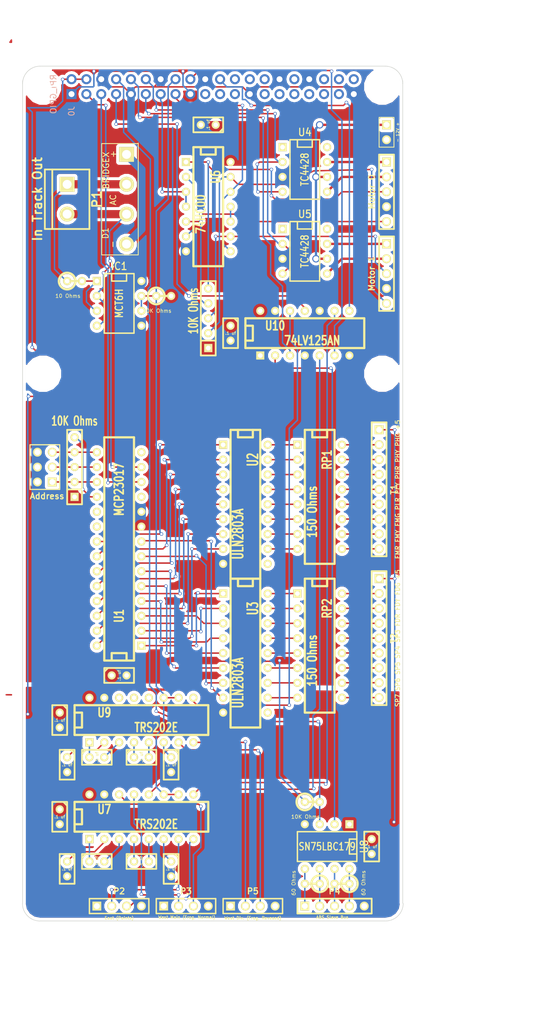
<source format=kicad_pcb>
(kicad_pcb (version 3) (host pcbnew "(2013-june-11)-stable")
  (title_block (company "Deepwoods Software"))
  (layers (15 F.Cu signal) (0 B.Cu signal) (18 B.Paste user) (19 F.Paste user) (20 B.SilkS user) (21 F.SilkS user) (22 B.Mask user) (23 F.Mask user) (28 Edge.Cuts user))
  (net 0 "")
  (net 1 +12V)
  (net 2 +3.3V)
  (net 3 +5V)
  (net 4 /M0_Control)
  (net 5 /M0_Sense)
  (net 6 /M1_Control)
  (net 7 /M1_Sense)
  (net 8 "/Sensors/East (Points) Occ")
  (net 9 "/Sensors/East (Points) Occ_")
  (net 10 /Sensors/Occupancy)
  (net 11 /Sensors/RX)
  (net 12 /Sensors/RX_)
  (net 13 /Sensors/TX)
  (net 14 "/Sensors/West Diverg (Frog Reversed) Occ")
  (net 15 "/Sensors/West Diverg (Frog Reversed) Occ_")
  (net 16 "/Sensors/West Main (Frog Normal) Occ")
  (net 17 "/Sensors/West Main (Frog Normal) Occ_")
  (net 18 /Signals/GP0-0)
  (net 19 /Signals/GP0-1)
  (net 20 /Signals/GP0-2)
  (net 21 /Signals/GP0-3)
  (net 22 /Signals/GP0-4)
  (net 23 /Signals/GP0-5)
  (net 24 /Signals/GP0-6)
  (net 25 /Signals/GP0-7)
  (net 26 /Signals/GP1-0)
  (net 27 /Signals/GP1-1)
  (net 28 /Signals/GP1-2)
  (net 29 /Signals/GP1-3)
  (net 30 /Signals/GP1-4)
  (net 31 /Signals/GP1-5)
  (net 32 /Signals/GP1-6)
  (net 33 /Signals/GP1-7)
  (net 34 /Signals/SCL)
  (net 35 /Signals/SDA)
  (net 36 GND)
  (net 37 N-00000113)
  (net 38 N-00000114)
  (net 39 N-00000115)
  (net 40 N-00000116)
  (net 41 N-00000117)
  (net 42 N-00000118)
  (net 43 N-00000119)
  (net 44 N-00000120)
  (net 45 N-00000121)
  (net 46 N-00000122)
  (net 47 N-00000123)
  (net 48 N-00000124)
  (net 49 N-00000125)
  (net 50 N-00000126)
  (net 51 N-00000131)
  (net 52 N-00000132)
  (net 53 N-00000136)
  (net 54 N-00000137)
  (net 55 N-00000138)
  (net 56 N-00000139)
  (net 57 N-00000140)
  (net 58 N-00000141)
  (net 59 N-00000142)
  (net 60 N-00000143)
  (net 61 N-00000144)
  (net 62 N-00000145)
  (net 63 N-0000028)
  (net 64 N-0000029)
  (net 65 N-000003)
  (net 66 N-0000030)
  (net 67 N-0000031)
  (net 68 N-000004)
  (net 69 N-0000040)
  (net 70 N-0000041)
  (net 71 N-0000042)
  (net 72 N-0000045)
  (net 73 N-0000046)
  (net 74 N-0000047)
  (net 75 N-0000048)
  (net 76 N-0000049)
  (net 77 N-0000050)
  (net 78 N-0000051)
  (net 79 N-0000052)
  (net 80 N-0000053)
  (net 81 N-0000054)
  (net 82 N-0000055)
  (net 83 N-0000056)
  (net 84 N-0000057)
  (net 85 N-0000058)
  (net 86 N-0000059)
  (net 87 N-0000062)
  (net 88 N-0000063)
  (net 89 N-0000064)
  (net 90 N-0000065)
  (net 91 N-0000066)
  (net 92 N-0000067)
  (net 93 N-0000068)
  (net 94 N-0000069)
  (net 95 N-000007)
  (net 96 N-0000070)
  (net 97 N-0000071)
  (net 98 N-0000072)
  (net 99 N-0000073)
  (net 100 N-0000074)
  (net 101 N-0000075)
  (net 102 N-0000076)
  (net 103 N-0000077)
  (net 104 N-0000078)
  (net 105 N-0000079)
  (net 106 N-0000080)
  (net 107 N-0000081)
  (net 108 N-0000082)
  (module RPi_Hat:Pin_Header_Straight_2x20 (layer B.Cu) (at 70.601 35.394 90)
    (fp_text reference J0 (at -4.191 -24.13 90) (layer B.SilkS) (effects (justify mirror)))
    (fp_text value RPi_GPIO (at -1.27 -27.23 90) (layer B.SilkS) (effects (justify mirror)))
    (pad 1 thru_hole rect (at -1.27 -24.13 90) (size 1.7272 1.7272) (drill 1.016) (layers *.Cu *.Mask) (net 2 +3.3V))
    (pad 2 thru_hole oval (at 1.27 -24.13 90) (size 1.7272 1.7272) (drill 1.016) (layers *.Cu *.Mask) (net 3 +5V))
    (pad 3 thru_hole oval (at -1.27 -21.59 90) (size 1.7272 1.7272) (drill 1.016) (layers *.Cu *.Mask) (net 35 /Signals/SDA))
    (pad 4 thru_hole oval (at 1.27 -21.59 90) (size 1.7272 1.7272) (drill 1.016) (layers *.Cu *.Mask) (net 3 +5V))
    (pad 5 thru_hole oval (at -1.27 -19.05 90) (size 1.7272 1.7272) (drill 1.016) (layers *.Cu *.Mask) (net 34 /Signals/SCL))
    (pad 6 thru_hole oval (at 1.27 -19.05 90) (size 1.7272 1.7272) (drill 1.016) (layers *.Cu *.Mask) (net 36 GND))
    (pad 7 thru_hole oval (at -1.27 -16.51 90) (size 1.7272 1.7272) (drill 1.016) (layers *.Cu *.Mask) (net 14 "/Sensors/West Diverg (Frog Reversed) Occ"))
    (pad 8 thru_hole oval (at 1.27 -16.51 90) (size 1.7272 1.7272) (drill 1.016) (layers *.Cu *.Mask) (net 13 /Sensors/TX))
    (pad 9 thru_hole oval (at -1.27 -13.97 90) (size 1.7272 1.7272) (drill 1.016) (layers *.Cu *.Mask) (net 36 GND))
    (pad 10 thru_hole oval (at 1.27 -13.97 90) (size 1.7272 1.7272) (drill 1.016) (layers *.Cu *.Mask) (net 11 /Sensors/RX))
    (pad 11 thru_hole oval (at -1.27 -11.43 90) (size 1.7272 1.7272) (drill 1.016) (layers *.Cu *.Mask) (net 4 /M0_Control))
    (pad 12 thru_hole oval (at 1.27 -11.43 90) (size 1.7272 1.7272) (drill 1.016) (layers *.Cu *.Mask) (net 6 /M1_Control))
    (pad 13 thru_hole oval (at -1.27 -8.89 90) (size 1.7272 1.7272) (drill 1.016) (layers *.Cu *.Mask) (net 5 /M0_Sense))
    (pad 14 thru_hole oval (at 1.27 -8.89 90) (size 1.7272 1.7272) (drill 1.016) (layers *.Cu *.Mask) (net 36 GND))
    (pad 15 thru_hole oval (at -1.27 -6.35 90) (size 1.7272 1.7272) (drill 1.016) (layers *.Cu *.Mask) (net 7 /M1_Sense))
    (pad 16 thru_hole oval (at 1.27 -6.35 90) (size 1.7272 1.7272) (drill 1.016) (layers *.Cu *.Mask) (net 10 /Sensors/Occupancy))
    (pad 17 thru_hole oval (at -1.27 -3.81 90) (size 1.7272 1.7272) (drill 1.016) (layers *.Cu *.Mask) (net 2 +3.3V))
    (pad 18 thru_hole oval (at 1.27 -3.81 90) (size 1.7272 1.7272) (drill 1.016) (layers *.Cu *.Mask) (net 8 "/Sensors/East (Points) Occ"))
    (pad 19 thru_hole oval (at -1.27 -1.27 90) (size 1.7272 1.7272) (drill 1.016) (layers *.Cu *.Mask))
    (pad 20 thru_hole oval (at 1.27 -1.27 90) (size 1.7272 1.7272) (drill 1.016) (layers *.Cu *.Mask) (net 36 GND))
    (pad 21 thru_hole oval (at -1.27 1.27 90) (size 1.7272 1.7272) (drill 1.016) (layers *.Cu *.Mask))
    (pad 22 thru_hole oval (at 1.27 1.27 90) (size 1.7272 1.7272) (drill 1.016) (layers *.Cu *.Mask) (net 16 "/Sensors/West Main (Frog Normal) Occ"))
    (pad 23 thru_hole oval (at -1.27 3.81 90) (size 1.7272 1.7272) (drill 1.016) (layers *.Cu *.Mask))
    (pad 24 thru_hole oval (at 1.27 3.81 90) (size 1.7272 1.7272) (drill 1.016) (layers *.Cu *.Mask))
    (pad 25 thru_hole oval (at -1.27 6.35 90) (size 1.7272 1.7272) (drill 1.016) (layers *.Cu *.Mask) (net 36 GND))
    (pad 26 thru_hole oval (at 1.27 6.35 90) (size 1.7272 1.7272) (drill 1.016) (layers *.Cu *.Mask))
    (pad 27 thru_hole oval (at -1.27 8.89 90) (size 1.7272 1.7272) (drill 1.016) (layers *.Cu *.Mask))
    (pad 28 thru_hole oval (at 1.27 8.89 90) (size 1.7272 1.7272) (drill 1.016) (layers *.Cu *.Mask))
    (pad 29 thru_hole oval (at -1.27 11.43 90) (size 1.7272 1.7272) (drill 1.016) (layers *.Cu *.Mask))
    (pad 30 thru_hole oval (at 1.27 11.43 90) (size 1.7272 1.7272) (drill 1.016) (layers *.Cu *.Mask) (net 36 GND))
    (pad 31 thru_hole oval (at -1.27 13.97 90) (size 1.7272 1.7272) (drill 1.016) (layers *.Cu *.Mask))
    (pad 32 thru_hole oval (at 1.27 13.97 90) (size 1.7272 1.7272) (drill 1.016) (layers *.Cu *.Mask))
    (pad 33 thru_hole oval (at -1.27 16.51 90) (size 1.7272 1.7272) (drill 1.016) (layers *.Cu *.Mask))
    (pad 34 thru_hole oval (at 1.27 16.51 90) (size 1.7272 1.7272) (drill 1.016) (layers *.Cu *.Mask) (net 36 GND))
    (pad 35 thru_hole oval (at -1.27 19.05 90) (size 1.7272 1.7272) (drill 1.016) (layers *.Cu *.Mask))
    (pad 36 thru_hole oval (at 1.27 19.05 90) (size 1.7272 1.7272) (drill 1.016) (layers *.Cu *.Mask))
    (pad 37 thru_hole oval (at -1.27 21.59 90) (size 1.7272 1.7272) (drill 1.016) (layers *.Cu *.Mask))
    (pad 38 thru_hole oval (at 1.27 21.59 90) (size 1.7272 1.7272) (drill 1.016) (layers *.Cu *.Mask))
    (pad 39 thru_hole oval (at -1.27 24.13 90) (size 1.7272 1.7272) (drill 1.016) (layers *.Cu *.Mask) (net 36 GND))
    (pad 40 thru_hole oval (at 1.27 24.13 90) (size 1.7272 1.7272) (drill 1.016) (layers *.Cu *.Mask))
  )
  (module RPi_Hat:RPi_Hat_Mounting_Hole (layer B.Cu) (at 99.601 35.394)
    (fp_text reference H2 hide)
    (fp_text value "" hide)
    (pad "" np_thru_hole circle (at 0 0) (size 2.75 2.75) (drill 2.75) (layers *.Cu *.Mask) (clearance 1.725))
  )
  (module RPi_Hat:RPi_Hat_Mounting_Hole (layer B.Cu) (at 99.601 84.394)
    (fp_text reference H4 hide)
    (fp_text value "" hide)
    (pad "" np_thru_hole circle (at 0 0) (size 2.75 2.75) (drill 2.75) (layers *.Cu *.Mask) (clearance 1.725))
  )
  (module RPi_Hat:RPi_Hat_Mounting_Hole (layer B.Cu) (at 41.601 84.394)
    (fp_text reference H3 hide)
    (fp_text value "" hide)
    (pad "" np_thru_hole circle (at 0 0) (size 2.75 2.75) (drill 2.75) (layers *.Cu *.Mask) (clearance 1.725))
  )
  (module RPi_Hat:RPi_Hat_Mounting_Hole (layer B.Cu) (at 41.601 35.394)
    (fp_text reference H1 hide)
    (fp_text value "" hide)
    (pad "" np_thru_hole circle (at 0 0) (size 2.75 2.75) (drill 2.75) (layers *.Cu *.Mask) (clearance 1.725))
  )
  (module SIL-5 (layer F.Cu) (at 69.85 73.66 90)
    (fp_text reference R2 hide)
    (fp_text value "10K Ohms" (at 0 -2.54 90) (layer F.SilkS) (effects (font (size 1.524 1.016) (thickness 0.254))))
    (pad 1 thru_hole rect (at -6.35 0 90) (size 1.397 1.397) (drill 0.8128) (layers *.Cu *.Mask F.SilkS) (net 2 +3.3V))
    (pad 2 thru_hole circle (at -3.81 0 90) (size 1.397 1.397) (drill 0.8128) (layers *.Cu *.Mask F.SilkS) (net 63 N-0000028))
    (pad 3 thru_hole circle (at -1.27 0 90) (size 1.397 1.397) (drill 0.8128) (layers *.Cu *.Mask F.SilkS) (net 64 N-0000029))
    (pad 4 thru_hole circle (at 1.27 0 90) (size 1.397 1.397) (drill 0.8128) (layers *.Cu *.Mask F.SilkS) (net 66 N-0000030))
    (pad 5 thru_hole circle (at 3.81 0 90) (size 1.397 1.397) (drill 0.8128) (layers *.Cu *.Mask F.SilkS) (net 67 N-0000031))
  )
  (module SIL-5 (layer F.Cu) (at 46.99 99.06 90)
    (fp_text reference R1 hide)
    (fp_text value "10K Ohms" (at 6.604 0 180) (layer F.SilkS) (effects (font (size 1.524 1.016) (thickness 0.254))))
    (pad 1 thru_hole rect (at -6.35 0 90) (size 1.397 1.397) (drill 0.8128) (layers *.Cu *.Mask F.SilkS) (net 2 +3.3V))
    (pad 2 thru_hole circle (at -3.81 0 90) (size 1.397 1.397) (drill 0.8128) (layers *.Cu *.Mask F.SilkS) (net 73 N-0000046))
    (pad 3 thru_hole circle (at -1.27 0 90) (size 1.397 1.397) (drill 0.8128) (layers *.Cu *.Mask F.SilkS) (net 91 N-0000066))
    (pad 4 thru_hole circle (at 1.27 0 90) (size 1.397 1.397) (drill 0.8128) (layers *.Cu *.Mask F.SilkS) (net 90 N-0000065))
    (pad 5 thru_hole circle (at 3.81 0 90) (size 1.397 1.397) (drill 0.8128) (layers *.Cu *.Mask F.SilkS) (net 72 N-0000045))
  )
  (module ScrewTerm_2.54-9 (layer F.Cu) (at 99.06 129.54 270)
    (fp_text reference T2 (at 0 -2.54 270) (layer F.SilkS) (effects (font (size 1.016 1.016) (thickness 0.2032))))
    (fp_text value "SP7 SP6 SP5 SP4 SP3 FDR FDY FDG +5" (at 0 -3.175 270) (layer F.SilkS) (effects (font (size 0.75 0.75))))
    (pad 1 thru_hole rect (at -10.18 0 270) (size 1.524 1.524) (drill 1.016) (layers *.Cu *.Mask F.SilkS) (net 3 +5V))
    (pad 2 thru_hole circle (at -7.64 0 270) (size 1.524 1.524) (drill 1.016) (layers *.Cu *.Mask F.SilkS) (net 86 N-0000059))
    (pad 3 thru_hole circle (at -5.1 0 270) (size 1.524 1.524) (drill 1.016) (layers *.Cu *.Mask F.SilkS) (net 85 N-0000058))
    (pad 4 thru_hole circle (at -2.56 0 270) (size 1.524 1.524) (drill 1.016) (layers *.Cu *.Mask F.SilkS) (net 84 N-0000057))
    (pad 5 thru_hole circle (at -0.02 0 270) (size 1.524 1.524) (drill 1.016) (layers *.Cu *.Mask F.SilkS) (net 83 N-0000056))
    (pad 6 thru_hole circle (at 2.52 0 270) (size 1.524 1.524) (drill 1.016) (layers *.Cu *.Mask F.SilkS) (net 82 N-0000055))
    (pad 7 thru_hole circle (at 5.06 0 270) (size 1.524 1.524) (drill 1.016) (layers *.Cu *.Mask F.SilkS) (net 81 N-0000054))
    (pad 8 thru_hole circle (at 7.6 0 270) (size 1.524 1.524) (drill 1.016) (layers *.Cu *.Mask F.SilkS) (net 80 N-0000053))
    (pad 9 thru_hole circle (at 10.14 0 270) (size 1.524 1.524) (drill 1.016) (layers *.Cu *.Mask F.SilkS) (net 79 N-0000052))
  )
  (module ScrewTerm_2.54-9 (layer F.Cu) (at 99.06 104.14 270)
    (fp_text reference T1 (at 0 -2.54 270) (layer F.SilkS) (effects (font (size 1.016 1.016) (thickness 0.2032))))
    (fp_text value "FMR FMY FMG PLR PLY PHR PHY PHG +5" (at 0 -3.175 270) (layer F.SilkS) (effects (font (size 0.75 0.75))))
    (pad 1 thru_hole rect (at -10.18 0 270) (size 1.524 1.524) (drill 1.016) (layers *.Cu *.Mask F.SilkS) (net 3 +5V))
    (pad 2 thru_hole circle (at -7.64 0 270) (size 1.524 1.524) (drill 1.016) (layers *.Cu *.Mask F.SilkS) (net 78 N-0000051))
    (pad 3 thru_hole circle (at -5.1 0 270) (size 1.524 1.524) (drill 1.016) (layers *.Cu *.Mask F.SilkS) (net 77 N-0000050))
    (pad 4 thru_hole circle (at -2.56 0 270) (size 1.524 1.524) (drill 1.016) (layers *.Cu *.Mask F.SilkS) (net 76 N-0000049))
    (pad 5 thru_hole circle (at -0.02 0 270) (size 1.524 1.524) (drill 1.016) (layers *.Cu *.Mask F.SilkS) (net 75 N-0000048))
    (pad 6 thru_hole circle (at 2.52 0 270) (size 1.524 1.524) (drill 1.016) (layers *.Cu *.Mask F.SilkS) (net 74 N-0000047))
    (pad 7 thru_hole circle (at 5.06 0 270) (size 1.524 1.524) (drill 1.016) (layers *.Cu *.Mask F.SilkS) (net 89 N-0000064))
    (pad 8 thru_hole circle (at 7.6 0 270) (size 1.524 1.524) (drill 1.016) (layers *.Cu *.Mask F.SilkS) (net 88 N-0000063))
    (pad 9 thru_hole circle (at 10.14 0 270) (size 1.524 1.524) (drill 1.016) (layers *.Cu *.Mask F.SilkS) (net 87 N-0000062))
  )
  (module ScrewTerm_2.54-5 (layer F.Cu) (at 100.33 53.34 270)
    (fp_text reference T4 hide)
    (fp_text value "Motor 0" (at 0 2.54 270) (layer F.SilkS) (effects (font (size 1.016 1.016) (thickness 0.2032))))
    (pad 1 thru_hole rect (at -5.08 0 270) (size 1.524 1.524) (drill 1.016) (layers *.Cu *.Mask F.SilkS) (net 71 N-0000042))
    (pad 2 thru_hole circle (at -2.54 0 270) (size 1.524 1.524) (drill 1.016) (layers *.Cu *.Mask F.SilkS) (net 70 N-0000041))
    (pad 3 thru_hole circle (at 0 0 270) (size 1.524 1.524) (drill 1.016) (layers *.Cu *.Mask F.SilkS) (net 67 N-0000031))
    (pad 4 thru_hole circle (at 2.54 0 270) (size 1.524 1.524) (drill 1.016) (layers *.Cu *.Mask F.SilkS) (net 36 GND))
    (pad 5 thru_hole circle (at 5.08 0 270) (size 1.524 1.524) (drill 1.016) (layers *.Cu *.Mask F.SilkS) (net 66 N-0000030))
  )
  (module ScrewTerm_2.54-5 (layer F.Cu) (at 100.33 67.31 270)
    (fp_text reference T5 hide)
    (fp_text value "Motor 1" (at 0 2.54 270) (layer F.SilkS) (effects (font (size 1.016 1.016) (thickness 0.2032))))
    (pad 1 thru_hole rect (at -5.08 0 270) (size 1.524 1.524) (drill 1.016) (layers *.Cu *.Mask F.SilkS) (net 69 N-0000040))
    (pad 2 thru_hole circle (at -2.54 0 270) (size 1.524 1.524) (drill 1.016) (layers *.Cu *.Mask F.SilkS) (net 95 N-000007))
    (pad 3 thru_hole circle (at 0 0 270) (size 1.524 1.524) (drill 1.016) (layers *.Cu *.Mask F.SilkS) (net 64 N-0000029))
    (pad 4 thru_hole circle (at 2.54 0 270) (size 1.524 1.524) (drill 1.016) (layers *.Cu *.Mask F.SilkS) (net 36 GND))
    (pad 5 thru_hole circle (at 5.08 0 270) (size 1.524 1.524) (drill 1.016) (layers *.Cu *.Mask F.SilkS) (net 63 N-0000028))
  )
  (module ScrewTerm2.54-2 (layer F.Cu) (at 100.33 43.18 270)
    (fp_text reference T3 hide)
    (fp_text value "- 12V +" (at 0 -1.905 270) (layer F.SilkS) (effects (font (size 0.5 0.5) (thickness 0.1))))
    (pad 1 thru_hole rect (at -1.27 0) (size 1.524 1.524) (drill 1.016) (layers *.Cu *.Mask F.SilkS) (net 1 +12V))
    (pad 2 thru_hole circle (at 1.27 0) (size 1.524 1.524) (drill 1.016) (layers *.Cu *.Mask F.SilkS) (net 36 GND))
  )
  (module R1 (layer F.Cu) (at 92.71 171.45 180)
    (fp_text reference R7 hide)
    (fp_text value "60 Ohms" (at -3.683 0.127 270) (layer F.SilkS) (effects (font (size 0.635 0.635) (thickness 0.1016))))
    (pad 1 thru_hole circle (at -1.27 0 180) (size 1.397 1.397) (drill 0.8128) (layers *.Cu *.Mask F.SilkS) (net 61 N-00000144))
    (pad 2 thru_hole circle (at 1.27 0 180) (size 1.397 1.397) (drill 0.8128) (layers *.Cu *.Mask F.SilkS) (net 60 N-00000143))
  )
  (module R1 (layer F.Cu) (at 87.63 171.45 180)
    (fp_text reference R6 hide)
    (fp_text value "60 Ohms" (at 3.175 0.127 270) (layer F.SilkS) (effects (font (size 0.635 0.635) (thickness 0.1016))))
    (pad 1 thru_hole circle (at -1.27 0 180) (size 1.397 1.397) (drill 0.8128) (layers *.Cu *.Mask F.SilkS) (net 62 N-00000145))
    (pad 2 thru_hole circle (at 1.27 0 180) (size 1.397 1.397) (drill 0.8128) (layers *.Cu *.Mask F.SilkS) (net 53 N-00000136))
  )
  (module R1 (layer F.Cu) (at 87.63 157.48)
    (fp_text reference R4 hide)
    (fp_text value "10K Ohms" (at -1.143 2.54) (layer F.SilkS) (effects (font (size 0.635 0.635) (thickness 0.1016))))
    (pad 1 thru_hole circle (at -1.27 0) (size 1.397 1.397) (drill 0.8128) (layers *.Cu *.Mask F.SilkS) (net 2 +3.3V))
    (pad 2 thru_hole circle (at 1.27 0) (size 1.397 1.397) (drill 0.8128) (layers *.Cu *.Mask F.SilkS) (net 13 /Sensors/TX))
  )
  (module R1 (layer F.Cu) (at 46.99 68.58)
    (fp_text reference R3 hide)
    (fp_text value "10 Ohms" (at -1.143 2.54) (layer F.SilkS) (effects (font (size 0.635 0.635) (thickness 0.1016))))
    (pad 1 thru_hole circle (at -1.27 0) (size 1.397 1.397) (drill 0.8128) (layers *.Cu *.Mask F.SilkS) (net 49 N-00000125))
    (pad 2 thru_hole circle (at 1.27 0) (size 1.397 1.397) (drill 0.8128) (layers *.Cu *.Mask F.SilkS) (net 51 N-00000131))
  )
  (module R1 (layer F.Cu) (at 62.23 71.12)
    (fp_text reference R5 hide)
    (fp_text value "10K Ohms" (at -1.143 2.54) (layer F.SilkS) (effects (font (size 0.635 0.635) (thickness 0.1016))))
    (pad 1 thru_hole circle (at -1.27 0) (size 1.397 1.397) (drill 0.8128) (layers *.Cu *.Mask F.SilkS) (net 10 /Sensors/Occupancy))
    (pad 2 thru_hole circle (at 1.27 0) (size 1.397 1.397) (drill 0.8128) (layers *.Cu *.Mask F.SilkS) (net 2 +3.3V))
  )
  (module PIN_ARRAY_5x1 (layer F.Cu) (at 91.44 175.26)
    (fp_text reference P4 (at 0 -2.54) (layer F.SilkS) (effects (font (size 1.016 1.016) (thickness 0.2032))))
    (fp_text value "ABS Slave Bus" (at -0.381 1.905) (layer F.SilkS) (effects (font (size 0.5 0.5) (thickness 0.1016))))
    (pad 1 thru_hole rect (at -5.08 0) (size 1.524 1.524) (drill 1.016) (layers *.Cu *.Mask F.SilkS) (net 53 N-00000136))
    (pad 2 thru_hole circle (at -2.54 0) (size 1.524 1.524) (drill 1.016) (layers *.Cu *.Mask F.SilkS) (net 62 N-00000145))
    (pad 3 thru_hole circle (at 0 0) (size 1.524 1.524) (drill 1.016) (layers *.Cu *.Mask F.SilkS) (net 60 N-00000143))
    (pad 4 thru_hole circle (at 2.54 0) (size 1.524 1.524) (drill 1.016) (layers *.Cu *.Mask F.SilkS) (net 61 N-00000144))
    (pad 5 thru_hole circle (at 5.08 0) (size 1.524 1.524) (drill 1.016) (layers *.Cu *.Mask F.SilkS) (net 36 GND))
  )
  (module PIN_ARRAY_4x1 (layer F.Cu) (at 77.47 175.26)
    (fp_text reference P5 (at 0 -2.54) (layer F.SilkS) (effects (font (size 1.016 1.016) (thickness 0.2032))))
    (fp_text value "West Div. (Frog, Revesed)" (at 0 2.032) (layer F.SilkS) (effects (font (size 0.5 0.5) (thickness 0.1016))))
    (pad 1 thru_hole rect (at -3.81 0) (size 1.524 1.524) (drill 1.016) (layers *.Cu *.Mask F.SilkS) (net 36 GND))
    (pad 2 thru_hole circle (at -1.27 0) (size 1.524 1.524) (drill 1.016) (layers *.Cu *.Mask F.SilkS) (net 39 N-00000115))
    (pad 3 thru_hole circle (at 1.27 0) (size 1.524 1.524) (drill 1.016) (layers *.Cu *.Mask F.SilkS) (net 42 N-00000118))
    (pad 4 thru_hole circle (at 3.81 0) (size 1.524 1.524) (drill 1.016) (layers *.Cu *.Mask F.SilkS) (net 36 GND))
  )
  (module PIN_ARRAY_4x1 (layer F.Cu) (at 66.04 175.26)
    (fp_text reference P3 (at 0 -2.54) (layer F.SilkS) (effects (font (size 1.016 1.016) (thickness 0.2032))))
    (fp_text value "West Main (Frog, Normal)" (at 0.127 1.905) (layer F.SilkS) (effects (font (size 0.5 0.5) (thickness 0.1016))))
    (pad 1 thru_hole rect (at -3.81 0) (size 1.524 1.524) (drill 1.016) (layers *.Cu *.Mask F.SilkS) (net 36 GND))
    (pad 2 thru_hole circle (at -1.27 0) (size 1.524 1.524) (drill 1.016) (layers *.Cu *.Mask F.SilkS) (net 40 N-00000116))
    (pad 3 thru_hole circle (at 1.27 0) (size 1.524 1.524) (drill 1.016) (layers *.Cu *.Mask F.SilkS) (net 38 N-00000114))
    (pad 4 thru_hole circle (at 3.81 0) (size 1.524 1.524) (drill 1.016) (layers *.Cu *.Mask F.SilkS) (net 36 GND))
  )
  (module PIN_ARRAY_4x1 (layer F.Cu) (at 54.61 175.26)
    (fp_text reference P2 (at 0 -2.54) (layer F.SilkS) (effects (font (size 1.016 1.016) (thickness 0.2032))))
    (fp_text value "East (Points)" (at 0 2.032) (layer F.SilkS) (effects (font (size 0.5 0.5) (thickness 0.1016))))
    (pad 1 thru_hole rect (at -3.81 0) (size 1.524 1.524) (drill 1.016) (layers *.Cu *.Mask F.SilkS) (net 36 GND))
    (pad 2 thru_hole circle (at -1.27 0) (size 1.524 1.524) (drill 1.016) (layers *.Cu *.Mask F.SilkS) (net 37 N-00000113))
    (pad 3 thru_hole circle (at 1.27 0) (size 1.524 1.524) (drill 1.016) (layers *.Cu *.Mask F.SilkS) (net 41 N-00000117))
    (pad 4 thru_hole circle (at 3.81 0) (size 1.524 1.524) (drill 1.016) (layers *.Cu *.Mask F.SilkS) (net 36 GND))
  )
  (module pin_array_3x2 (layer F.Cu) (at 41.91 100.33 90)
    (fp_text reference J1 hide)
    (fp_text value Address (at -4.953 0.381 180) (layer F.SilkS) (effects (font (size 1.016 1.016) (thickness 0.2032))))
    (pad 1 thru_hole rect (at -2.54 1.27 90) (size 1.524 1.524) (drill 1.016) (layers *.Cu *.Mask F.SilkS) (net 73 N-0000046))
    (pad 2 thru_hole circle (at -2.54 -1.27 90) (size 1.524 1.524) (drill 1.016) (layers *.Cu *.Mask F.SilkS) (net 36 GND))
    (pad 3 thru_hole circle (at 0 1.27 90) (size 1.524 1.524) (drill 1.016) (layers *.Cu *.Mask F.SilkS) (net 91 N-0000066))
    (pad 4 thru_hole circle (at 0 -1.27 90) (size 1.524 1.524) (drill 1.016) (layers *.Cu *.Mask F.SilkS) (net 36 GND))
    (pad 5 thru_hole circle (at 2.54 1.27 90) (size 1.524 1.524) (drill 1.016) (layers *.Cu *.Mask F.SilkS) (net 90 N-0000065))
    (pad 6 thru_hole circle (at 2.54 -1.27 90) (size 1.524 1.524) (drill 1.016) (layers *.Cu *.Mask F.SilkS) (net 36 GND))
  )
  (module DIP-8__300 (layer F.Cu) (at 90.17 165.1 180)
    (fp_text reference U8 (at -6.35 0 270) (layer F.SilkS) (effects (font (size 1.27 1.143) (thickness 0.2032))))
    (fp_text value SN75LBC179 (at 0 0 180) (layer F.SilkS) (effects (font (size 1.27 1.016) (thickness 0.2032))))
    (pad 1 thru_hole rect (at -3.81 3.81 180) (size 1.397 1.397) (drill 0.8128) (layers *.Cu *.Mask F.SilkS) (net 3 +5V))
    (pad 2 thru_hole circle (at -1.27 3.81 180) (size 1.397 1.397) (drill 0.8128) (layers *.Cu *.Mask F.SilkS) (net 12 /Sensors/RX_))
    (pad 3 thru_hole circle (at 1.27 3.81 180) (size 1.397 1.397) (drill 0.8128) (layers *.Cu *.Mask F.SilkS) (net 13 /Sensors/TX))
    (pad 4 thru_hole circle (at 3.81 3.81 180) (size 1.397 1.397) (drill 0.8128) (layers *.Cu *.Mask F.SilkS) (net 36 GND))
    (pad 5 thru_hole circle (at 3.81 -3.81 180) (size 1.397 1.397) (drill 0.8128) (layers *.Cu *.Mask F.SilkS) (net 53 N-00000136))
    (pad 6 thru_hole circle (at 1.27 -3.81 180) (size 1.397 1.397) (drill 0.8128) (layers *.Cu *.Mask F.SilkS) (net 62 N-00000145))
    (pad 7 thru_hole circle (at -1.27 -3.81 180) (size 1.397 1.397) (drill 0.8128) (layers *.Cu *.Mask F.SilkS) (net 60 N-00000143))
    (pad 8 thru_hole circle (at -3.81 -3.81 180) (size 1.397 1.397) (drill 0.8128) (layers *.Cu *.Mask F.SilkS) (net 61 N-00000144))
  )
  (module DIP-8__300 (layer F.Cu) (at 54.61 72.39 270)
    (fp_text reference IC1 (at -6.35 0 360) (layer F.SilkS) (effects (font (size 1.27 1.143) (thickness 0.2032))))
    (fp_text value MCT6H (at 0 0 270) (layer F.SilkS) (effects (font (size 1.27 1.016) (thickness 0.2032))))
    (pad 1 thru_hole rect (at -3.81 3.81 270) (size 1.397 1.397) (drill 0.8128) (layers *.Cu *.Mask F.SilkS) (net 51 N-00000131))
    (pad 2 thru_hole circle (at -1.27 3.81 270) (size 1.397 1.397) (drill 0.8128) (layers *.Cu *.Mask F.SilkS) (net 52 N-00000132))
    (pad 3 thru_hole circle (at 1.27 3.81 270) (size 1.397 1.397) (drill 0.8128) (layers *.Cu *.Mask F.SilkS) (net 51 N-00000131))
    (pad 4 thru_hole circle (at 3.81 3.81 270) (size 1.397 1.397) (drill 0.8128) (layers *.Cu *.Mask F.SilkS) (net 52 N-00000132))
    (pad 5 thru_hole circle (at 3.81 -3.81 270) (size 1.397 1.397) (drill 0.8128) (layers *.Cu *.Mask F.SilkS) (net 36 GND))
    (pad 6 thru_hole circle (at 1.27 -3.81 270) (size 1.397 1.397) (drill 0.8128) (layers *.Cu *.Mask F.SilkS) (net 10 /Sensors/Occupancy))
    (pad 7 thru_hole circle (at -1.27 -3.81 270) (size 1.397 1.397) (drill 0.8128) (layers *.Cu *.Mask F.SilkS) (net 10 /Sensors/Occupancy))
    (pad 8 thru_hole circle (at -3.81 -3.81 270) (size 1.397 1.397) (drill 0.8128) (layers *.Cu *.Mask F.SilkS) (net 36 GND))
  )
  (module DIP-8__300 (layer F.Cu) (at 86.36 63.5 270)
    (fp_text reference U5 (at -6.35 0 360) (layer F.SilkS) (effects (font (size 1.27 1.143) (thickness 0.2032))))
    (fp_text value TC4428 (at 0 0 270) (layer F.SilkS) (effects (font (size 1.27 1.016) (thickness 0.2032))))
    (pad 1 thru_hole rect (at -3.81 3.81 270) (size 1.397 1.397) (drill 0.8128) (layers *.Cu *.Mask F.SilkS))
    (pad 2 thru_hole circle (at -1.27 3.81 270) (size 1.397 1.397) (drill 0.8128) (layers *.Cu *.Mask F.SilkS) (net 6 /M1_Control))
    (pad 3 thru_hole circle (at 1.27 3.81 270) (size 1.397 1.397) (drill 0.8128) (layers *.Cu *.Mask F.SilkS) (net 36 GND))
    (pad 4 thru_hole circle (at 3.81 3.81 270) (size 1.397 1.397) (drill 0.8128) (layers *.Cu *.Mask F.SilkS) (net 6 /M1_Control))
    (pad 5 thru_hole circle (at 3.81 -3.81 270) (size 1.397 1.397) (drill 0.8128) (layers *.Cu *.Mask F.SilkS) (net 95 N-000007))
    (pad 6 thru_hole circle (at 1.27 -3.81 270) (size 1.397 1.397) (drill 0.8128) (layers *.Cu *.Mask F.SilkS) (net 1 +12V))
    (pad 7 thru_hole circle (at -1.27 -3.81 270) (size 1.397 1.397) (drill 0.8128) (layers *.Cu *.Mask F.SilkS) (net 69 N-0000040))
    (pad 8 thru_hole circle (at -3.81 -3.81 270) (size 1.397 1.397) (drill 0.8128) (layers *.Cu *.Mask F.SilkS))
  )
  (module DIP-8__300 (layer F.Cu) (at 86.36 49.53 270)
    (fp_text reference U4 (at -6.35 0 360) (layer F.SilkS) (effects (font (size 1.27 1.143) (thickness 0.2032))))
    (fp_text value TC4428 (at 0 0 270) (layer F.SilkS) (effects (font (size 1.27 1.016) (thickness 0.2032))))
    (pad 1 thru_hole rect (at -3.81 3.81 270) (size 1.397 1.397) (drill 0.8128) (layers *.Cu *.Mask F.SilkS))
    (pad 2 thru_hole circle (at -1.27 3.81 270) (size 1.397 1.397) (drill 0.8128) (layers *.Cu *.Mask F.SilkS) (net 4 /M0_Control))
    (pad 3 thru_hole circle (at 1.27 3.81 270) (size 1.397 1.397) (drill 0.8128) (layers *.Cu *.Mask F.SilkS) (net 36 GND))
    (pad 4 thru_hole circle (at 3.81 3.81 270) (size 1.397 1.397) (drill 0.8128) (layers *.Cu *.Mask F.SilkS) (net 4 /M0_Control))
    (pad 5 thru_hole circle (at 3.81 -3.81 270) (size 1.397 1.397) (drill 0.8128) (layers *.Cu *.Mask F.SilkS) (net 70 N-0000041))
    (pad 6 thru_hole circle (at 1.27 -3.81 270) (size 1.397 1.397) (drill 0.8128) (layers *.Cu *.Mask F.SilkS) (net 1 +12V))
    (pad 7 thru_hole circle (at -1.27 -3.81 270) (size 1.397 1.397) (drill 0.8128) (layers *.Cu *.Mask F.SilkS) (net 71 N-0000042))
    (pad 8 thru_hole circle (at -3.81 -3.81 270) (size 1.397 1.397) (drill 0.8128) (layers *.Cu *.Mask F.SilkS))
  )
  (module DIP-28__300 (layer F.Cu) (at 54.61 114.3 90)
    (fp_text reference U1 (at -11.43 0 90) (layer F.SilkS) (effects (font (size 1.524 1.143) (thickness 0.3048))))
    (fp_text value MCP23017 (at 10.16 0 90) (layer F.SilkS) (effects (font (size 1.524 1.143) (thickness 0.3048))))
    (pad 2 thru_hole circle (at -13.97 3.81 90) (size 1.397 1.397) (drill 0.8128) (layers *.Cu *.Mask F.SilkS) (net 27 /Signals/GP1-1))
    (pad 3 thru_hole circle (at -11.43 3.81 90) (size 1.397 1.397) (drill 0.8128) (layers *.Cu *.Mask F.SilkS) (net 28 /Signals/GP1-2))
    (pad 4 thru_hole circle (at -8.89 3.81 90) (size 1.397 1.397) (drill 0.8128) (layers *.Cu *.Mask F.SilkS) (net 29 /Signals/GP1-3))
    (pad 5 thru_hole circle (at -6.35 3.81 90) (size 1.397 1.397) (drill 0.8128) (layers *.Cu *.Mask F.SilkS) (net 30 /Signals/GP1-4))
    (pad 6 thru_hole circle (at -3.81 3.81 90) (size 1.397 1.397) (drill 0.8128) (layers *.Cu *.Mask F.SilkS) (net 31 /Signals/GP1-5))
    (pad 7 thru_hole circle (at -1.27 3.81 90) (size 1.397 1.397) (drill 0.8128) (layers *.Cu *.Mask F.SilkS) (net 32 /Signals/GP1-6))
    (pad 8 thru_hole circle (at 1.27 3.81 90) (size 1.397 1.397) (drill 0.8128) (layers *.Cu *.Mask F.SilkS) (net 33 /Signals/GP1-7))
    (pad 9 thru_hole circle (at 3.81 3.81 90) (size 1.397 1.397) (drill 0.8128) (layers *.Cu *.Mask F.SilkS) (net 2 +3.3V))
    (pad 10 thru_hole circle (at 6.35 3.81 90) (size 1.397 1.397) (drill 0.8128) (layers *.Cu *.Mask F.SilkS) (net 36 GND))
    (pad 11 thru_hole circle (at 8.89 3.81 90) (size 1.397 1.397) (drill 0.8128) (layers *.Cu *.Mask F.SilkS))
    (pad 12 thru_hole circle (at 11.43 3.81 90) (size 1.397 1.397) (drill 0.8128) (layers *.Cu *.Mask F.SilkS) (net 34 /Signals/SCL))
    (pad 13 thru_hole circle (at 13.97 3.81 90) (size 1.397 1.397) (drill 0.8128) (layers *.Cu *.Mask F.SilkS) (net 35 /Signals/SDA))
    (pad 14 thru_hole circle (at 16.51 3.81 90) (size 1.397 1.397) (drill 0.8128) (layers *.Cu *.Mask F.SilkS))
    (pad 1 thru_hole rect (at -16.51 3.81 90) (size 1.397 1.397) (drill 0.8128) (layers *.Cu *.Mask F.SilkS) (net 26 /Signals/GP1-0))
    (pad 15 thru_hole circle (at 16.51 -3.81 90) (size 1.397 1.397) (drill 0.8128) (layers *.Cu *.Mask F.SilkS) (net 90 N-0000065))
    (pad 16 thru_hole circle (at 13.97 -3.81 90) (size 1.397 1.397) (drill 0.8128) (layers *.Cu *.Mask F.SilkS) (net 91 N-0000066))
    (pad 17 thru_hole circle (at 11.43 -3.81 90) (size 1.397 1.397) (drill 0.8128) (layers *.Cu *.Mask F.SilkS) (net 73 N-0000046))
    (pad 18 thru_hole circle (at 8.89 -3.81 90) (size 1.397 1.397) (drill 0.8128) (layers *.Cu *.Mask F.SilkS) (net 72 N-0000045))
    (pad 19 thru_hole circle (at 6.35 -3.81 90) (size 1.397 1.397) (drill 0.8128) (layers *.Cu *.Mask F.SilkS))
    (pad 20 thru_hole circle (at 3.81 -3.81 90) (size 1.397 1.397) (drill 0.8128) (layers *.Cu *.Mask F.SilkS))
    (pad 21 thru_hole circle (at 1.27 -3.81 90) (size 1.397 1.397) (drill 0.8128) (layers *.Cu *.Mask F.SilkS) (net 18 /Signals/GP0-0))
    (pad 22 thru_hole circle (at -1.27 -3.81 90) (size 1.397 1.397) (drill 0.8128) (layers *.Cu *.Mask F.SilkS) (net 19 /Signals/GP0-1))
    (pad 23 thru_hole circle (at -3.81 -3.81 90) (size 1.397 1.397) (drill 0.8128) (layers *.Cu *.Mask F.SilkS) (net 20 /Signals/GP0-2))
    (pad 24 thru_hole circle (at -6.35 -3.81 90) (size 1.397 1.397) (drill 0.8128) (layers *.Cu *.Mask F.SilkS) (net 21 /Signals/GP0-3))
    (pad 25 thru_hole circle (at -8.89 -3.81 90) (size 1.397 1.397) (drill 0.8128) (layers *.Cu *.Mask F.SilkS) (net 22 /Signals/GP0-4))
    (pad 26 thru_hole circle (at -11.43 -3.81 90) (size 1.397 1.397) (drill 0.8128) (layers *.Cu *.Mask F.SilkS) (net 23 /Signals/GP0-5))
    (pad 27 thru_hole circle (at -13.97 -3.81 90) (size 1.397 1.397) (drill 0.8128) (layers *.Cu *.Mask F.SilkS) (net 24 /Signals/GP0-6))
    (pad 28 thru_hole circle (at -16.51 -3.81 90) (size 1.397 1.397) (drill 0.8128) (layers *.Cu *.Mask F.SilkS) (net 25 /Signals/GP0-7))
  )
  (module DIP-18__300 (layer F.Cu) (at 76.2 132.08 270)
    (fp_text reference U3 (at -7.62 -1.27 270) (layer F.SilkS) (effects (font (size 1.778 1.143) (thickness 0.3048))))
    (fp_text value ULN2803A (at 5.08 1.27 270) (layer F.SilkS) (effects (font (size 1.778 1.143) (thickness 0.3048))))
    (pad 1 thru_hole rect (at -10.16 3.81 270) (size 1.397 1.397) (drill 0.8128) (layers *.Cu *.Mask F.SilkS) (net 26 /Signals/GP1-0))
    (pad 2 thru_hole circle (at -7.62 3.81 270) (size 1.397 1.397) (drill 0.8128) (layers *.Cu *.Mask F.SilkS) (net 27 /Signals/GP1-1))
    (pad 3 thru_hole circle (at -5.08 3.81 270) (size 1.397 1.397) (drill 0.8128) (layers *.Cu *.Mask F.SilkS) (net 28 /Signals/GP1-2))
    (pad 4 thru_hole circle (at -2.54 3.81 270) (size 1.397 1.397) (drill 0.8128) (layers *.Cu *.Mask F.SilkS) (net 29 /Signals/GP1-3))
    (pad 5 thru_hole circle (at 0 3.81 270) (size 1.397 1.397) (drill 0.8128) (layers *.Cu *.Mask F.SilkS) (net 30 /Signals/GP1-4))
    (pad 6 thru_hole circle (at 2.54 3.81 270) (size 1.397 1.397) (drill 0.8128) (layers *.Cu *.Mask F.SilkS) (net 31 /Signals/GP1-5))
    (pad 7 thru_hole circle (at 5.08 3.81 270) (size 1.397 1.397) (drill 0.8128) (layers *.Cu *.Mask F.SilkS) (net 32 /Signals/GP1-6))
    (pad 8 thru_hole circle (at 7.62 3.81 270) (size 1.397 1.397) (drill 0.8128) (layers *.Cu *.Mask F.SilkS) (net 33 /Signals/GP1-7))
    (pad 9 thru_hole circle (at 10.16 3.81 270) (size 1.397 1.397) (drill 0.8128) (layers *.Cu *.Mask F.SilkS) (net 36 GND))
    (pad 10 thru_hole circle (at 10.16 -3.81 270) (size 1.397 1.397) (drill 0.8128) (layers *.Cu *.Mask F.SilkS))
    (pad 11 thru_hole circle (at 7.62 -3.81 270) (size 1.397 1.397) (drill 0.8128) (layers *.Cu *.Mask F.SilkS) (net 92 N-0000067))
    (pad 12 thru_hole circle (at 5.08 -3.81 270) (size 1.397 1.397) (drill 0.8128) (layers *.Cu *.Mask F.SilkS) (net 93 N-0000068))
    (pad 13 thru_hole circle (at 2.54 -3.81 270) (size 1.397 1.397) (drill 0.8128) (layers *.Cu *.Mask F.SilkS) (net 94 N-0000069))
    (pad 14 thru_hole circle (at 0 -3.81 270) (size 1.397 1.397) (drill 0.8128) (layers *.Cu *.Mask F.SilkS) (net 103 N-0000077))
    (pad 15 thru_hole circle (at -2.54 -3.81 270) (size 1.397 1.397) (drill 0.8128) (layers *.Cu *.Mask F.SilkS) (net 104 N-0000078))
    (pad 16 thru_hole circle (at -5.08 -3.81 270) (size 1.397 1.397) (drill 0.8128) (layers *.Cu *.Mask F.SilkS) (net 105 N-0000079))
    (pad 17 thru_hole circle (at -7.62 -3.81 270) (size 1.397 1.397) (drill 0.8128) (layers *.Cu *.Mask F.SilkS) (net 106 N-0000080))
    (pad 18 thru_hole circle (at -10.16 -3.81 270) (size 1.397 1.397) (drill 0.8128) (layers *.Cu *.Mask F.SilkS) (net 107 N-0000081))
  )
  (module DIP-18__300 (layer F.Cu) (at 76.2 106.68 270)
    (fp_text reference U2 (at -7.62 -1.27 270) (layer F.SilkS) (effects (font (size 1.778 1.143) (thickness 0.3048))))
    (fp_text value ULN2803A (at 5.08 1.27 270) (layer F.SilkS) (effects (font (size 1.778 1.143) (thickness 0.3048))))
    (pad 1 thru_hole rect (at -10.16 3.81 270) (size 1.397 1.397) (drill 0.8128) (layers *.Cu *.Mask F.SilkS) (net 18 /Signals/GP0-0))
    (pad 2 thru_hole circle (at -7.62 3.81 270) (size 1.397 1.397) (drill 0.8128) (layers *.Cu *.Mask F.SilkS) (net 19 /Signals/GP0-1))
    (pad 3 thru_hole circle (at -5.08 3.81 270) (size 1.397 1.397) (drill 0.8128) (layers *.Cu *.Mask F.SilkS) (net 20 /Signals/GP0-2))
    (pad 4 thru_hole circle (at -2.54 3.81 270) (size 1.397 1.397) (drill 0.8128) (layers *.Cu *.Mask F.SilkS) (net 21 /Signals/GP0-3))
    (pad 5 thru_hole circle (at 0 3.81 270) (size 1.397 1.397) (drill 0.8128) (layers *.Cu *.Mask F.SilkS) (net 22 /Signals/GP0-4))
    (pad 6 thru_hole circle (at 2.54 3.81 270) (size 1.397 1.397) (drill 0.8128) (layers *.Cu *.Mask F.SilkS) (net 23 /Signals/GP0-5))
    (pad 7 thru_hole circle (at 5.08 3.81 270) (size 1.397 1.397) (drill 0.8128) (layers *.Cu *.Mask F.SilkS) (net 24 /Signals/GP0-6))
    (pad 8 thru_hole circle (at 7.62 3.81 270) (size 1.397 1.397) (drill 0.8128) (layers *.Cu *.Mask F.SilkS) (net 25 /Signals/GP0-7))
    (pad 9 thru_hole circle (at 10.16 3.81 270) (size 1.397 1.397) (drill 0.8128) (layers *.Cu *.Mask F.SilkS) (net 36 GND))
    (pad 10 thru_hole circle (at 10.16 -3.81 270) (size 1.397 1.397) (drill 0.8128) (layers *.Cu *.Mask F.SilkS))
    (pad 11 thru_hole circle (at 7.62 -3.81 270) (size 1.397 1.397) (drill 0.8128) (layers *.Cu *.Mask F.SilkS) (net 108 N-0000082))
    (pad 12 thru_hole circle (at 5.08 -3.81 270) (size 1.397 1.397) (drill 0.8128) (layers *.Cu *.Mask F.SilkS) (net 96 N-0000070))
    (pad 13 thru_hole circle (at 2.54 -3.81 270) (size 1.397 1.397) (drill 0.8128) (layers *.Cu *.Mask F.SilkS) (net 97 N-0000071))
    (pad 14 thru_hole circle (at 0 -3.81 270) (size 1.397 1.397) (drill 0.8128) (layers *.Cu *.Mask F.SilkS) (net 98 N-0000072))
    (pad 15 thru_hole circle (at -2.54 -3.81 270) (size 1.397 1.397) (drill 0.8128) (layers *.Cu *.Mask F.SilkS) (net 99 N-0000073))
    (pad 16 thru_hole circle (at -5.08 -3.81 270) (size 1.397 1.397) (drill 0.8128) (layers *.Cu *.Mask F.SilkS) (net 100 N-0000074))
    (pad 17 thru_hole circle (at -7.62 -3.81 270) (size 1.397 1.397) (drill 0.8128) (layers *.Cu *.Mask F.SilkS) (net 101 N-0000075))
    (pad 18 thru_hole circle (at -10.16 -3.81 270) (size 1.397 1.397) (drill 0.8128) (layers *.Cu *.Mask F.SilkS) (net 102 N-0000076))
  )
  (module DIP-16__300 (layer F.Cu) (at 58.42 143.51)
    (fp_text reference U9 (at -6.35 -1.27) (layer F.SilkS) (effects (font (size 1.524 1.143) (thickness 0.3048))))
    (fp_text value TRS202E (at 2.54 1.27) (layer F.SilkS) (effects (font (size 1.524 1.143) (thickness 0.3048))))
    (pad 1 thru_hole rect (at -8.89 3.81) (size 1.397 1.397) (drill 0.8128) (layers *.Cu *.Mask F.SilkS) (net 48 N-00000124))
    (pad 2 thru_hole circle (at -6.35 3.81) (size 1.397 1.397) (drill 0.8128) (layers *.Cu *.Mask F.SilkS) (net 45 N-00000121))
    (pad 3 thru_hole circle (at -3.81 3.81) (size 1.397 1.397) (drill 0.8128) (layers *.Cu *.Mask F.SilkS) (net 46 N-00000122))
    (pad 4 thru_hole circle (at -1.27 3.81) (size 1.397 1.397) (drill 0.8128) (layers *.Cu *.Mask F.SilkS) (net 47 N-00000123))
    (pad 5 thru_hole circle (at 1.27 3.81) (size 1.397 1.397) (drill 0.8128) (layers *.Cu *.Mask F.SilkS) (net 44 N-00000120))
    (pad 6 thru_hole circle (at 3.81 3.81) (size 1.397 1.397) (drill 0.8128) (layers *.Cu *.Mask F.SilkS) (net 43 N-00000119))
    (pad 7 thru_hole circle (at 6.35 3.81) (size 1.397 1.397) (drill 0.8128) (layers *.Cu *.Mask F.SilkS) (net 42 N-00000118))
    (pad 8 thru_hole circle (at 8.89 3.81) (size 1.397 1.397) (drill 0.8128) (layers *.Cu *.Mask F.SilkS) (net 39 N-00000115))
    (pad 9 thru_hole circle (at 8.89 -3.81) (size 1.397 1.397) (drill 0.8128) (layers *.Cu *.Mask F.SilkS) (net 15 "/Sensors/West Diverg (Frog Reversed) Occ_"))
    (pad 10 thru_hole circle (at 6.35 -3.81) (size 1.397 1.397) (drill 0.8128) (layers *.Cu *.Mask F.SilkS) (net 10 /Sensors/Occupancy))
    (pad 11 thru_hole circle (at 3.81 -3.81) (size 1.397 1.397) (drill 0.8128) (layers *.Cu *.Mask F.SilkS) (net 10 /Sensors/Occupancy))
    (pad 12 thru_hole circle (at 1.27 -3.81) (size 1.397 1.397) (drill 0.8128) (layers *.Cu *.Mask F.SilkS))
    (pad 13 thru_hole circle (at -1.27 -3.81) (size 1.397 1.397) (drill 0.8128) (layers *.Cu *.Mask F.SilkS))
    (pad 14 thru_hole circle (at -3.81 -3.81) (size 1.397 1.397) (drill 0.8128) (layers *.Cu *.Mask F.SilkS))
    (pad 15 thru_hole circle (at -6.35 -3.81) (size 1.397 1.397) (drill 0.8128) (layers *.Cu *.Mask F.SilkS) (net 36 GND))
    (pad 16 thru_hole circle (at -8.89 -3.81) (size 1.397 1.397) (drill 0.8128) (layers *.Cu *.Mask F.SilkS) (net 3 +5V))
  )
  (module DIP-16__300 (layer F.Cu) (at 58.42 160.02)
    (fp_text reference U7 (at -6.35 -1.27) (layer F.SilkS) (effects (font (size 1.524 1.143) (thickness 0.3048))))
    (fp_text value TRS202E (at 2.54 1.27) (layer F.SilkS) (effects (font (size 1.524 1.143) (thickness 0.3048))))
    (pad 1 thru_hole rect (at -8.89 3.81) (size 1.397 1.397) (drill 0.8128) (layers *.Cu *.Mask F.SilkS) (net 56 N-00000139))
    (pad 2 thru_hole circle (at -6.35 3.81) (size 1.397 1.397) (drill 0.8128) (layers *.Cu *.Mask F.SilkS) (net 58 N-00000141))
    (pad 3 thru_hole circle (at -3.81 3.81) (size 1.397 1.397) (drill 0.8128) (layers *.Cu *.Mask F.SilkS) (net 59 N-00000142))
    (pad 4 thru_hole circle (at -1.27 3.81) (size 1.397 1.397) (drill 0.8128) (layers *.Cu *.Mask F.SilkS) (net 55 N-00000138))
    (pad 5 thru_hole circle (at 1.27 3.81) (size 1.397 1.397) (drill 0.8128) (layers *.Cu *.Mask F.SilkS) (net 57 N-00000140))
    (pad 6 thru_hole circle (at 3.81 3.81) (size 1.397 1.397) (drill 0.8128) (layers *.Cu *.Mask F.SilkS) (net 54 N-00000137))
    (pad 7 thru_hole circle (at 6.35 3.81) (size 1.397 1.397) (drill 0.8128) (layers *.Cu *.Mask F.SilkS) (net 37 N-00000113))
    (pad 8 thru_hole circle (at 8.89 3.81) (size 1.397 1.397) (drill 0.8128) (layers *.Cu *.Mask F.SilkS) (net 41 N-00000117))
    (pad 9 thru_hole circle (at 8.89 -3.81) (size 1.397 1.397) (drill 0.8128) (layers *.Cu *.Mask F.SilkS) (net 9 "/Sensors/East (Points) Occ_"))
    (pad 10 thru_hole circle (at 6.35 -3.81) (size 1.397 1.397) (drill 0.8128) (layers *.Cu *.Mask F.SilkS) (net 10 /Sensors/Occupancy))
    (pad 11 thru_hole circle (at 3.81 -3.81) (size 1.397 1.397) (drill 0.8128) (layers *.Cu *.Mask F.SilkS) (net 10 /Sensors/Occupancy))
    (pad 12 thru_hole circle (at 1.27 -3.81) (size 1.397 1.397) (drill 0.8128) (layers *.Cu *.Mask F.SilkS) (net 17 "/Sensors/West Main (Frog Normal) Occ_"))
    (pad 13 thru_hole circle (at -1.27 -3.81) (size 1.397 1.397) (drill 0.8128) (layers *.Cu *.Mask F.SilkS) (net 40 N-00000116))
    (pad 14 thru_hole circle (at -3.81 -3.81) (size 1.397 1.397) (drill 0.8128) (layers *.Cu *.Mask F.SilkS) (net 38 N-00000114))
    (pad 15 thru_hole circle (at -6.35 -3.81) (size 1.397 1.397) (drill 0.8128) (layers *.Cu *.Mask F.SilkS) (net 36 GND))
    (pad 16 thru_hole circle (at -8.89 -3.81) (size 1.397 1.397) (drill 0.8128) (layers *.Cu *.Mask F.SilkS) (net 3 +5V))
  )
  (module DIP-14__300 (layer F.Cu) (at 86.36 77.47)
    (fp_text reference U10 (at -5.08 -1.27) (layer F.SilkS) (effects (font (size 1.524 1.143) (thickness 0.3048))))
    (fp_text value 74LV125AN (at 1.27 1.27) (layer F.SilkS) (effects (font (size 1.524 1.143) (thickness 0.3048))))
    (pad 1 thru_hole rect (at -7.62 3.81) (size 1.397 1.397) (drill 0.8128) (layers *.Cu *.Mask F.SilkS) (net 36 GND))
    (pad 2 thru_hole circle (at -5.08 3.81) (size 1.397 1.397) (drill 0.8128) (layers *.Cu *.Mask F.SilkS) (net 12 /Sensors/RX_))
    (pad 3 thru_hole circle (at -2.54 3.81) (size 1.397 1.397) (drill 0.8128) (layers *.Cu *.Mask F.SilkS) (net 11 /Sensors/RX))
    (pad 4 thru_hole circle (at 0 3.81) (size 1.397 1.397) (drill 0.8128) (layers *.Cu *.Mask F.SilkS) (net 36 GND))
    (pad 5 thru_hole circle (at 2.54 3.81) (size 1.397 1.397) (drill 0.8128) (layers *.Cu *.Mask F.SilkS) (net 9 "/Sensors/East (Points) Occ_"))
    (pad 6 thru_hole circle (at 5.08 3.81) (size 1.397 1.397) (drill 0.8128) (layers *.Cu *.Mask F.SilkS) (net 8 "/Sensors/East (Points) Occ"))
    (pad 7 thru_hole circle (at 7.62 3.81) (size 1.397 1.397) (drill 0.8128) (layers *.Cu *.Mask F.SilkS) (net 36 GND))
    (pad 8 thru_hole circle (at 7.62 -3.81) (size 1.397 1.397) (drill 0.8128) (layers *.Cu *.Mask F.SilkS) (net 16 "/Sensors/West Main (Frog Normal) Occ"))
    (pad 9 thru_hole circle (at 5.08 -3.81) (size 1.397 1.397) (drill 0.8128) (layers *.Cu *.Mask F.SilkS) (net 17 "/Sensors/West Main (Frog Normal) Occ_"))
    (pad 10 thru_hole circle (at 2.54 -3.81) (size 1.397 1.397) (drill 0.8128) (layers *.Cu *.Mask F.SilkS) (net 36 GND))
    (pad 11 thru_hole circle (at 0 -3.81) (size 1.397 1.397) (drill 0.8128) (layers *.Cu *.Mask F.SilkS) (net 14 "/Sensors/West Diverg (Frog Reversed) Occ"))
    (pad 12 thru_hole circle (at -2.54 -3.81) (size 1.397 1.397) (drill 0.8128) (layers *.Cu *.Mask F.SilkS) (net 15 "/Sensors/West Diverg (Frog Reversed) Occ_"))
    (pad 13 thru_hole circle (at -5.08 -3.81) (size 1.397 1.397) (drill 0.8128) (layers *.Cu *.Mask F.SilkS) (net 36 GND))
    (pad 14 thru_hole circle (at -7.62 -3.81) (size 1.397 1.397) (drill 0.8128) (layers *.Cu *.Mask F.SilkS) (net 2 +3.3V))
  )
  (module DIP-14__300 (layer F.Cu) (at 69.85 55.88 270)
    (fp_text reference U6 (at -5.08 -1.27 270) (layer F.SilkS) (effects (font (size 1.524 1.143) (thickness 0.3048))))
    (fp_text value 74HC00 (at 1.27 1.27 270) (layer F.SilkS) (effects (font (size 1.524 1.143) (thickness 0.3048))))
    (pad 1 thru_hole rect (at -7.62 3.81 270) (size 1.397 1.397) (drill 0.8128) (layers *.Cu *.Mask F.SilkS) (net 67 N-0000031))
    (pad 2 thru_hole circle (at -5.08 3.81 270) (size 1.397 1.397) (drill 0.8128) (layers *.Cu *.Mask F.SilkS) (net 65 N-000003))
    (pad 3 thru_hole circle (at -2.54 3.81 270) (size 1.397 1.397) (drill 0.8128) (layers *.Cu *.Mask F.SilkS) (net 5 /M0_Sense))
    (pad 4 thru_hole circle (at 0 3.81 270) (size 1.397 1.397) (drill 0.8128) (layers *.Cu *.Mask F.SilkS) (net 5 /M0_Sense))
    (pad 5 thru_hole circle (at 2.54 3.81 270) (size 1.397 1.397) (drill 0.8128) (layers *.Cu *.Mask F.SilkS) (net 66 N-0000030))
    (pad 6 thru_hole circle (at 5.08 3.81 270) (size 1.397 1.397) (drill 0.8128) (layers *.Cu *.Mask F.SilkS) (net 65 N-000003))
    (pad 7 thru_hole circle (at 7.62 3.81 270) (size 1.397 1.397) (drill 0.8128) (layers *.Cu *.Mask F.SilkS) (net 36 GND))
    (pad 8 thru_hole circle (at 7.62 -3.81 270) (size 1.397 1.397) (drill 0.8128) (layers *.Cu *.Mask F.SilkS) (net 7 /M1_Sense))
    (pad 9 thru_hole circle (at 5.08 -3.81 270) (size 1.397 1.397) (drill 0.8128) (layers *.Cu *.Mask F.SilkS) (net 64 N-0000029))
    (pad 10 thru_hole circle (at 2.54 -3.81 270) (size 1.397 1.397) (drill 0.8128) (layers *.Cu *.Mask F.SilkS) (net 68 N-000004))
    (pad 11 thru_hole circle (at 0 -3.81 270) (size 1.397 1.397) (drill 0.8128) (layers *.Cu *.Mask F.SilkS) (net 68 N-000004))
    (pad 12 thru_hole circle (at -2.54 -3.81 270) (size 1.397 1.397) (drill 0.8128) (layers *.Cu *.Mask F.SilkS) (net 7 /M1_Sense))
    (pad 13 thru_hole circle (at -5.08 -3.81 270) (size 1.397 1.397) (drill 0.8128) (layers *.Cu *.Mask F.SilkS) (net 63 N-0000028))
    (pad 14 thru_hole circle (at -7.62 -3.81 270) (size 1.397 1.397) (drill 0.8128) (layers *.Cu *.Mask F.SilkS) (net 2 +3.3V))
  )
  (module C1 (layer F.Cu) (at 44.45 143.51 270)
    (fp_text reference C11 hide)
    (fp_text value ".1 uf" (at 0 0 360) (layer F.SilkS) (effects (font (size 0.5 0.5) (thickness 0.1016))))
    (pad 1 thru_hole circle (at -1.27 0 270) (size 1.397 1.397) (drill 0.8128) (layers *.Cu *.Mask F.SilkS) (net 3 +5V))
    (pad 2 thru_hole circle (at 1.27 0 270) (size 1.397 1.397) (drill 0.8128) (layers *.Cu *.Mask F.SilkS) (net 36 GND))
  )
  (module C1 (layer F.Cu) (at 73.66 77.47 270)
    (fp_text reference C12 hide)
    (fp_text value ".1 uf" (at 0 0 360) (layer F.SilkS) (effects (font (size 0.5 0.5) (thickness 0.1016))))
    (pad 1 thru_hole circle (at -1.27 0 270) (size 1.397 1.397) (drill 0.8128) (layers *.Cu *.Mask F.SilkS) (net 2 +3.3V))
    (pad 2 thru_hole circle (at 1.27 0 270) (size 1.397 1.397) (drill 0.8128) (layers *.Cu *.Mask F.SilkS) (net 36 GND))
  )
  (module C1 (layer F.Cu) (at 63.5 151.13 270)
    (fp_text reference C10 hide)
    (fp_text value ".1 uf" (at 0 0 360) (layer F.SilkS) (effects (font (size 0.5 0.5) (thickness 0.1016))))
    (pad 1 thru_hole circle (at -1.27 0 270) (size 1.397 1.397) (drill 0.8128) (layers *.Cu *.Mask F.SilkS) (net 43 N-00000119))
    (pad 2 thru_hole circle (at 1.27 0 270) (size 1.397 1.397) (drill 0.8128) (layers *.Cu *.Mask F.SilkS) (net 36 GND))
  )
  (module C1 (layer F.Cu) (at 58.42 149.86)
    (fp_text reference C9 hide)
    (fp_text value ".1 uf" (at 0 0 90) (layer F.SilkS) (effects (font (size 0.5 0.5) (thickness 0.1016))))
    (pad 1 thru_hole circle (at -1.27 0) (size 1.397 1.397) (drill 0.8128) (layers *.Cu *.Mask F.SilkS) (net 47 N-00000123))
    (pad 2 thru_hole circle (at 1.27 0) (size 1.397 1.397) (drill 0.8128) (layers *.Cu *.Mask F.SilkS) (net 44 N-00000120))
  )
  (module C1 (layer F.Cu) (at 45.72 151.13 270)
    (fp_text reference C8 hide)
    (fp_text value ".1 uf" (at 0 0 360) (layer F.SilkS) (effects (font (size 0.5 0.5) (thickness 0.1016))))
    (pad 1 thru_hole circle (at -1.27 0 270) (size 1.397 1.397) (drill 0.8128) (layers *.Cu *.Mask F.SilkS) (net 45 N-00000121))
    (pad 2 thru_hole circle (at 1.27 0 270) (size 1.397 1.397) (drill 0.8128) (layers *.Cu *.Mask F.SilkS) (net 36 GND))
  )
  (module C1 (layer F.Cu) (at 50.8 149.86)
    (fp_text reference C7 hide)
    (fp_text value ".1 uf" (at 0 0 90) (layer F.SilkS) (effects (font (size 0.5 0.5) (thickness 0.1016))))
    (pad 1 thru_hole circle (at -1.27 0) (size 1.397 1.397) (drill 0.8128) (layers *.Cu *.Mask F.SilkS) (net 48 N-00000124))
    (pad 2 thru_hole circle (at 1.27 0) (size 1.397 1.397) (drill 0.8128) (layers *.Cu *.Mask F.SilkS) (net 46 N-00000122))
  )
  (module C1 (layer F.Cu) (at 44.45 160.02 270)
    (fp_text reference C6 hide)
    (fp_text value ".1 uf" (at 0 0 360) (layer F.SilkS) (effects (font (size 0.5 0.5) (thickness 0.1016))))
    (pad 1 thru_hole circle (at -1.27 0 270) (size 1.397 1.397) (drill 0.8128) (layers *.Cu *.Mask F.SilkS) (net 3 +5V))
    (pad 2 thru_hole circle (at 1.27 0 270) (size 1.397 1.397) (drill 0.8128) (layers *.Cu *.Mask F.SilkS) (net 36 GND))
  )
  (module C1 (layer F.Cu) (at 63.5 168.91 270)
    (fp_text reference C5 hide)
    (fp_text value ".1 uf" (at 0 0 360) (layer F.SilkS) (effects (font (size 0.5 0.5) (thickness 0.1016))))
    (pad 1 thru_hole circle (at -1.27 0 270) (size 1.397 1.397) (drill 0.8128) (layers *.Cu *.Mask F.SilkS) (net 54 N-00000137))
    (pad 2 thru_hole circle (at 1.27 0 270) (size 1.397 1.397) (drill 0.8128) (layers *.Cu *.Mask F.SilkS) (net 36 GND))
  )
  (module C1 (layer F.Cu) (at 58.42 167.64)
    (fp_text reference C4 hide)
    (fp_text value ".1 uf" (at 0 0 90) (layer F.SilkS) (effects (font (size 0.5 0.5) (thickness 0.1016))))
    (pad 1 thru_hole circle (at -1.27 0) (size 1.397 1.397) (drill 0.8128) (layers *.Cu *.Mask F.SilkS) (net 55 N-00000138))
    (pad 2 thru_hole circle (at 1.27 0) (size 1.397 1.397) (drill 0.8128) (layers *.Cu *.Mask F.SilkS) (net 57 N-00000140))
  )
  (module C1 (layer F.Cu) (at 45.72 168.91 270)
    (fp_text reference C3 hide)
    (fp_text value ".1 uf" (at 0 0 360) (layer F.SilkS) (effects (font (size 0.5 0.5) (thickness 0.1016))))
    (pad 1 thru_hole circle (at -1.27 0 270) (size 1.397 1.397) (drill 0.8128) (layers *.Cu *.Mask F.SilkS) (net 58 N-00000141))
    (pad 2 thru_hole circle (at 1.27 0 270) (size 1.397 1.397) (drill 0.8128) (layers *.Cu *.Mask F.SilkS) (net 36 GND))
  )
  (module C1 (layer F.Cu) (at 50.8 167.64)
    (fp_text reference C2 hide)
    (fp_text value ".1 uf" (at 0 0 90) (layer F.SilkS) (effects (font (size 0.5 0.5) (thickness 0.1016))))
    (pad 1 thru_hole circle (at -1.27 0) (size 1.397 1.397) (drill 0.8128) (layers *.Cu *.Mask F.SilkS) (net 56 N-00000139))
    (pad 2 thru_hole circle (at 1.27 0) (size 1.397 1.397) (drill 0.8128) (layers *.Cu *.Mask F.SilkS) (net 59 N-00000142))
  )
  (module C1 (layer F.Cu) (at 54.61 135.89)
    (fp_text reference C1 hide)
    (fp_text value ".1 uf" (at 0 0 90) (layer F.SilkS) (effects (font (size 0.5 0.5) (thickness 0.1016))))
    (pad 1 thru_hole circle (at -1.27 0) (size 1.397 1.397) (drill 0.8128) (layers *.Cu *.Mask F.SilkS) (net 2 +3.3V))
    (pad 2 thru_hole circle (at 1.27 0) (size 1.397 1.397) (drill 0.8128) (layers *.Cu *.Mask F.SilkS) (net 36 GND))
  )
  (module bornier2 (layer F.Cu) (at 45.72 54.61 270)
    (fp_text reference P1 (at 0 -5.08 270) (layer F.SilkS) (effects (font (size 1.524 1.524) (thickness 0.3048))))
    (fp_text value "In Track Out" (at 0 5.08 270) (layer F.SilkS) (effects (font (size 1.524 1.524) (thickness 0.3048))))
    (pad 1 thru_hole rect (at -2.54 0 270) (size 2.54 2.54) (drill 1.524) (layers *.Cu *.Mask F.SilkS) (net 49 N-00000125))
    (pad 2 thru_hole circle (at 2.54 0 270) (size 2.54 2.54) (drill 1.524) (layers *.Cu *.Mask F.SilkS) (net 52 N-00000132))
  )
  (module DIP-16__300 (layer F.Cu) (at 88.9 105.41 270)
    (fp_text reference RP1 (at -6.35 -1.27 270) (layer F.SilkS) (effects (font (size 1.524 1.143) (thickness 0.3048))))
    (fp_text value "150 Ohms" (at 2.54 1.27 270) (layer F.SilkS) (effects (font (size 1.524 1.143) (thickness 0.3048))))
    (pad 1 thru_hole rect (at -8.89 3.81 270) (size 1.397 1.397) (drill 0.8128) (layers *.Cu *.Mask F.SilkS) (net 102 N-0000076))
    (pad 2 thru_hole circle (at -6.35 3.81 270) (size 1.397 1.397) (drill 0.8128) (layers *.Cu *.Mask F.SilkS) (net 101 N-0000075))
    (pad 3 thru_hole circle (at -3.81 3.81 270) (size 1.397 1.397) (drill 0.8128) (layers *.Cu *.Mask F.SilkS) (net 100 N-0000074))
    (pad 4 thru_hole circle (at -1.27 3.81 270) (size 1.397 1.397) (drill 0.8128) (layers *.Cu *.Mask F.SilkS) (net 99 N-0000073))
    (pad 5 thru_hole circle (at 1.27 3.81 270) (size 1.397 1.397) (drill 0.8128) (layers *.Cu *.Mask F.SilkS) (net 98 N-0000072))
    (pad 6 thru_hole circle (at 3.81 3.81 270) (size 1.397 1.397) (drill 0.8128) (layers *.Cu *.Mask F.SilkS) (net 97 N-0000071))
    (pad 7 thru_hole circle (at 6.35 3.81 270) (size 1.397 1.397) (drill 0.8128) (layers *.Cu *.Mask F.SilkS) (net 96 N-0000070))
    (pad 8 thru_hole circle (at 8.89 3.81 270) (size 1.397 1.397) (drill 0.8128) (layers *.Cu *.Mask F.SilkS) (net 108 N-0000082))
    (pad 9 thru_hole circle (at 8.89 -3.81 270) (size 1.397 1.397) (drill 0.8128) (layers *.Cu *.Mask F.SilkS) (net 87 N-0000062))
    (pad 10 thru_hole circle (at 6.35 -3.81 270) (size 1.397 1.397) (drill 0.8128) (layers *.Cu *.Mask F.SilkS) (net 88 N-0000063))
    (pad 11 thru_hole circle (at 3.81 -3.81 270) (size 1.397 1.397) (drill 0.8128) (layers *.Cu *.Mask F.SilkS) (net 89 N-0000064))
    (pad 12 thru_hole circle (at 1.27 -3.81 270) (size 1.397 1.397) (drill 0.8128) (layers *.Cu *.Mask F.SilkS) (net 74 N-0000047))
    (pad 13 thru_hole circle (at -1.27 -3.81 270) (size 1.397 1.397) (drill 0.8128) (layers *.Cu *.Mask F.SilkS) (net 75 N-0000048))
    (pad 14 thru_hole circle (at -3.81 -3.81 270) (size 1.397 1.397) (drill 0.8128) (layers *.Cu *.Mask F.SilkS) (net 76 N-0000049))
    (pad 15 thru_hole circle (at -6.35 -3.81 270) (size 1.397 1.397) (drill 0.8128) (layers *.Cu *.Mask F.SilkS) (net 77 N-0000050))
    (pad 16 thru_hole circle (at -8.89 -3.81 270) (size 1.397 1.397) (drill 0.8128) (layers *.Cu *.Mask F.SilkS) (net 78 N-0000051))
  )
  (module DIP-16__300 (layer F.Cu) (at 88.9 130.81 270)
    (fp_text reference RP2 (at -6.35 -1.27 270) (layer F.SilkS) (effects (font (size 1.524 1.143) (thickness 0.3048))))
    (fp_text value "150 Ohms" (at 2.54 1.27 270) (layer F.SilkS) (effects (font (size 1.524 1.143) (thickness 0.3048))))
    (pad 1 thru_hole rect (at -8.89 3.81 270) (size 1.397 1.397) (drill 0.8128) (layers *.Cu *.Mask F.SilkS) (net 107 N-0000081))
    (pad 2 thru_hole circle (at -6.35 3.81 270) (size 1.397 1.397) (drill 0.8128) (layers *.Cu *.Mask F.SilkS) (net 106 N-0000080))
    (pad 3 thru_hole circle (at -3.81 3.81 270) (size 1.397 1.397) (drill 0.8128) (layers *.Cu *.Mask F.SilkS) (net 105 N-0000079))
    (pad 4 thru_hole circle (at -1.27 3.81 270) (size 1.397 1.397) (drill 0.8128) (layers *.Cu *.Mask F.SilkS) (net 104 N-0000078))
    (pad 5 thru_hole circle (at 1.27 3.81 270) (size 1.397 1.397) (drill 0.8128) (layers *.Cu *.Mask F.SilkS) (net 103 N-0000077))
    (pad 6 thru_hole circle (at 3.81 3.81 270) (size 1.397 1.397) (drill 0.8128) (layers *.Cu *.Mask F.SilkS) (net 94 N-0000069))
    (pad 7 thru_hole circle (at 6.35 3.81 270) (size 1.397 1.397) (drill 0.8128) (layers *.Cu *.Mask F.SilkS) (net 93 N-0000068))
    (pad 8 thru_hole circle (at 8.89 3.81 270) (size 1.397 1.397) (drill 0.8128) (layers *.Cu *.Mask F.SilkS) (net 92 N-0000067))
    (pad 9 thru_hole circle (at 8.89 -3.81 270) (size 1.397 1.397) (drill 0.8128) (layers *.Cu *.Mask F.SilkS) (net 79 N-0000052))
    (pad 10 thru_hole circle (at 6.35 -3.81 270) (size 1.397 1.397) (drill 0.8128) (layers *.Cu *.Mask F.SilkS) (net 80 N-0000053))
    (pad 11 thru_hole circle (at 3.81 -3.81 270) (size 1.397 1.397) (drill 0.8128) (layers *.Cu *.Mask F.SilkS) (net 81 N-0000054))
    (pad 12 thru_hole circle (at 1.27 -3.81 270) (size 1.397 1.397) (drill 0.8128) (layers *.Cu *.Mask F.SilkS) (net 82 N-0000055))
    (pad 13 thru_hole circle (at -1.27 -3.81 270) (size 1.397 1.397) (drill 0.8128) (layers *.Cu *.Mask F.SilkS) (net 83 N-0000056))
    (pad 14 thru_hole circle (at -3.81 -3.81 270) (size 1.397 1.397) (drill 0.8128) (layers *.Cu *.Mask F.SilkS) (net 84 N-0000057))
    (pad 15 thru_hole circle (at -6.35 -3.81 270) (size 1.397 1.397) (drill 0.8128) (layers *.Cu *.Mask F.SilkS) (net 85 N-0000058))
    (pad 16 thru_hole circle (at -8.89 -3.81 270) (size 1.397 1.397) (drill 0.8128) (layers *.Cu *.Mask F.SilkS) (net 86 N-0000059))
  )
  (module C1 (layer F.Cu) (at 69.85 41.91 180)
    (fp_text reference C13 hide)
    (fp_text value ".1 uf" (at 0 0 270) (layer F.SilkS) (effects (font (size 0.5 0.5) (thickness 0.1016))))
    (pad 1 thru_hole circle (at -1.27 0 180) (size 1.397 1.397) (drill 0.8128) (layers *.Cu *.Mask F.SilkS) (net 2 +3.3V))
    (pad 2 thru_hole circle (at 1.27 0 180) (size 1.397 1.397) (drill 0.8128) (layers *.Cu *.Mask F.SilkS) (net 36 GND))
  )
  (module KBL (layer F.Cu) (at 55.88 54.61 270)
    (fp_text reference D1 (at 5.8 3.6 270) (layer F.SilkS))
    (fp_text value BRIDGEX (at -4.9 3.5 270) (layer F.SilkS))
    (fp_text user AC (at 0.1 2.3 270) (layer F.SilkS))
    (fp_text user - (at 7.7 2.4 270) (layer F.SilkS))
    (fp_text user + (at -7.7 2.3 270) (layer F.SilkS))
    (pad 1 thru_hole rect (at -7.65 0 270) (size 2.54 2.54) (drill 1.524) (layers *.Cu *.Mask F.SilkS) (net 50 N-00000126))
    (pad 2 thru_hole circle (at -2.55 0 270) (size 2.54 2.54) (drill 1.524) (layers *.Cu *.Mask F.SilkS) (net 49 N-00000125))
    (pad 3 thru_hole circle (at 2.55 0 270) (size 2.54 2.54) (drill 1.524) (layers *.Cu *.Mask F.SilkS) (net 52 N-00000132))
    (pad 4 thru_hole circle (at 7.65 0 270) (size 2.54 2.54) (drill 1.524) (layers *.Cu *.Mask F.SilkS) (net 50 N-00000126))
  )
  (module C1 (layer F.Cu) (at 97.79 165.1 270)
    (fp_text reference C14 hide)
    (fp_text value ".1 uf" (at 0 0 360) (layer F.SilkS) (effects (font (size 0.5 0.5) (thickness 0.1016))))
    (pad 1 thru_hole circle (at -1.27 0 270) (size 1.397 1.397) (drill 0.8128) (layers *.Cu *.Mask F.SilkS) (net 3 +5V))
    (pad 2 thru_hole circle (at 1.27 0 270) (size 1.397 1.397) (drill 0.8128) (layers *.Cu *.Mask F.SilkS) (net 36 GND))
  )
  (gr_arc (start 41.101 34.894) (end 38.101 34.894) (angle 90) (layer Edge.Cuts) (width 0.1))
  (gr_arc (start 100.101 34.894) (end 100.101 31.894) (angle 90) (layer Edge.Cuts) (width 0.1))
  (gr_line (start 41.101 31.894) (end 100.101 31.894) (angle 90) (layer Edge.Cuts) (width 0.1))
  (gr_arc (start 100.1772 174.8028) (end 103.1772 174.8028) (angle 90) (layer Edge.Cuts) (width 0.1))
  (gr_arc (start 41.0756 174.81) (end 41.0756 177.81) (angle 90) (layer Edge.Cuts) (width 0.1))
  (gr_line (start 38.101 34.394) (end 38.101 174.7774) (layer Edge.Cuts) (width 0.1))
  (gr_line (start 41.101 177.8) (end 100.101 177.8) (angle 90) (layer Edge.Cuts) (width 0.1))
  (gr_line (start 103.101 34.394) (end 103.101 174.7774) (angle 90) (layer Edge.Cuts) (width 0.1))
  (segment (start 90.17 64.77) (end 88.265 64.77) (width 0.4) (layer F.Cu) (net 1))
  (segment (start 88.265 64.77) (end 88.265 50.8) (width 0.4) (layer B.Cu) (net 1))
  (via (at 88.265 64.77) (size 1.27) (drill 0.889) (layers F.Cu B.Cu) (net 1))
  (segment (start 100.33 41.91) (end 88.9 41.91) (width 0.4) (layer F.Cu) (net 1))
  (segment (start 88.265 50.8) (end 90.17 50.8) (width 0.4) (layer F.Cu) (net 1))
  (via (at 88.265 50.8) (size 1.27) (drill 0.889) (layers F.Cu B.Cu) (net 1))
  (segment (start 88.265 42.545) (end 88.265 50.8) (width 0.4) (layer B.Cu) (net 1))
  (segment (start 88.9 41.91) (end 88.265 42.545) (width 0.4) (layer B.Cu) (net 1))
  (via (at 88.9 41.91) (size 1.27) (drill 0.889) (layers F.Cu B.Cu) (net 1))
  (segment (start 76.962 133.477) (end 55.753 133.477) (width 0.25) (layer F.Cu) (net 2))
  (segment (start 86.36 157.353) (end 82.042 153.035) (width 0.25) (layer B.Cu) (net 2))
  (segment (start 82.042 153.035) (end 82.042 133.35) (width 0.25) (layer B.Cu) (net 2))
  (via (at 82.042 133.35) (size 0.6) (layers F.Cu B.Cu) (net 2))
  (segment (start 82.042 133.35) (end 81.915 133.477) (width 0.25) (layer F.Cu) (net 2))
  (segment (start 81.915 133.477) (end 76.962 133.477) (width 0.25) (layer F.Cu) (net 2))
  (segment (start 86.36 157.48) (end 86.36 157.353) (width 0.25) (layer B.Cu) (net 2))
  (segment (start 55.753 133.477) (end 53.34 135.89) (width 0.25) (layer F.Cu) (net 2))
  (segment (start 66.791 36.664) (end 66.791 36.438) (width 0.25) (layer B.Cu) (net 2))
  (segment (start 47.702 35.433) (end 46.471 36.664) (width 0.25) (layer B.Cu) (net 2))
  (segment (start 50.165 35.433) (end 47.702 35.433) (width 0.25) (layer B.Cu) (net 2))
  (segment (start 50.292 35.306) (end 50.165 35.433) (width 0.25) (layer B.Cu) (net 2))
  (segment (start 50.292 32.766) (end 50.292 35.306) (width 0.25) (layer B.Cu) (net 2))
  (via (at 50.292 32.766) (size 0.6) (layers F.Cu B.Cu) (net 2))
  (segment (start 65.532 32.766) (end 50.292 32.766) (width 0.25) (layer F.Cu) (net 2))
  (via (at 65.532 32.766) (size 0.6) (layers F.Cu B.Cu) (net 2))
  (segment (start 65.532 35.179) (end 65.532 32.766) (width 0.25) (layer B.Cu) (net 2))
  (segment (start 66.791 36.438) (end 65.532 35.179) (width 0.25) (layer B.Cu) (net 2))
  (segment (start 38.989 142.494) (end 38.989 87.884) (width 0.25) (layer B.Cu) (net 3))
  (segment (start 44.997 34.124) (end 44.958 34.163) (width 0.25) (layer F.Cu) (net 3))
  (via (at 44.958 34.163) (size 0.6) (layers F.Cu B.Cu) (net 3))
  (segment (start 44.958 34.163) (end 44.958 37.846) (width 0.25) (layer B.Cu) (net 3))
  (segment (start 44.958 37.846) (end 43.815 38.989) (width 0.25) (layer B.Cu) (net 3))
  (segment (start 43.815 38.989) (end 38.989 38.989) (width 0.25) (layer B.Cu) (net 3))
  (segment (start 38.989 38.989) (end 39.751 39.751) (width 0.25) (layer B.Cu) (net 3))
  (segment (start 39.751 39.751) (end 39.751 79.883) (width 0.25) (layer B.Cu) (net 3))
  (via (at 39.751 79.883) (size 0.6) (layers F.Cu B.Cu) (net 3))
  (segment (start 44.997 34.124) (end 46.471 34.124) (width 0.25) (layer F.Cu) (net 3))
  (segment (start 40.259 80.391) (end 39.751 79.883) (width 0.25) (layer F.Cu) (net 3))
  (segment (start 43.053 80.391) (end 40.259 80.391) (width 0.25) (layer F.Cu) (net 3))
  (segment (start 45.593 82.931) (end 43.053 80.391) (width 0.25) (layer F.Cu) (net 3))
  (segment (start 45.593 85.979) (end 45.593 82.931) (width 0.25) (layer F.Cu) (net 3))
  (segment (start 43.307 88.265) (end 45.593 85.979) (width 0.25) (layer F.Cu) (net 3))
  (segment (start 39.116 88.265) (end 43.307 88.265) (width 0.25) (layer F.Cu) (net 3))
  (via (at 39.116 88.265) (size 0.6) (layers F.Cu B.Cu) (net 3))
  (segment (start 39.116 88.011) (end 39.116 88.265) (width 0.25) (layer B.Cu) (net 3))
  (segment (start 38.989 87.884) (end 39.116 88.011) (width 0.25) (layer B.Cu) (net 3))
  (segment (start 38.989 142.494) (end 39.243 142.24) (width 0.25) (layer F.Cu) (net 3))
  (via (at 38.989 142.494) (size 0.6) (layers F.Cu B.Cu) (net 3))
  (segment (start 38.862 142.621) (end 38.989 142.494) (width 0.25) (layer B.Cu) (net 3))
  (segment (start 101.727 119.38) (end 101.727 160.782) (width 0.25) (layer B.Cu) (net 3))
  (segment (start 101.6 160.909) (end 101.473 161.036) (width 0.25) (layer F.Cu) (net 3))
  (via (at 101.6 160.909) (size 0.6) (layers F.Cu B.Cu) (net 3))
  (segment (start 101.727 160.782) (end 101.6 160.909) (width 0.25) (layer B.Cu) (net 3))
  (segment (start 99.06 93.96) (end 101.707 93.96) (width 0.25) (layer F.Cu) (net 3))
  (segment (start 101.707 119.36) (end 99.06 119.36) (width 0.25) (layer F.Cu) (net 3))
  (segment (start 101.727 119.38) (end 101.707 119.36) (width 0.25) (layer F.Cu) (net 3))
  (via (at 101.727 119.38) (size 0.6) (layers F.Cu B.Cu) (net 3))
  (segment (start 101.727 93.98) (end 101.727 119.38) (width 0.25) (layer B.Cu) (net 3))
  (via (at 101.727 93.98) (size 0.6) (layers F.Cu B.Cu) (net 3))
  (segment (start 101.707 93.96) (end 101.727 93.98) (width 0.25) (layer F.Cu) (net 3))
  (segment (start 49.011 34.124) (end 46.471 34.124) (width 0.25) (layer F.Cu) (net 3))
  (segment (start 82.55 53.34) (end 78.359 53.34) (width 0.25) (layer F.Cu) (net 4))
  (segment (start 78.613 48.26) (end 82.55 48.26) (width 0.25) (layer F.Cu) (net 4))
  (segment (start 78.232 48.641) (end 78.613 48.26) (width 0.25) (layer F.Cu) (net 4))
  (via (at 78.232 48.641) (size 0.6) (layers F.Cu B.Cu) (net 4))
  (segment (start 78.232 53.213) (end 78.232 48.641) (width 0.25) (layer B.Cu) (net 4))
  (segment (start 78.359 53.34) (end 78.232 53.213) (width 0.25) (layer B.Cu) (net 4))
  (via (at 78.359 53.34) (size 0.6) (layers F.Cu B.Cu) (net 4))
  (segment (start 82.55 48.26) (end 81.915 48.26) (width 0.25) (layer B.Cu) (net 4))
  (segment (start 59.171 39.486) (end 59.171 36.664) (width 0.25) (layer B.Cu) (net 4))
  (segment (start 59.69 40.005) (end 59.171 39.486) (width 0.25) (layer B.Cu) (net 4))
  (via (at 59.69 40.005) (size 0.6) (layers F.Cu B.Cu) (net 4))
  (segment (start 81.28 40.005) (end 59.69 40.005) (width 0.25) (layer F.Cu) (net 4))
  (via (at 81.28 40.005) (size 0.6) (layers F.Cu B.Cu) (net 4))
  (segment (start 81.28 47.625) (end 81.28 40.005) (width 0.25) (layer B.Cu) (net 4))
  (segment (start 81.915 48.26) (end 81.28 47.625) (width 0.25) (layer B.Cu) (net 4))
  (segment (start 61.711 36.664) (end 61.711 37.835) (width 0.25) (layer B.Cu) (net 5))
  (segment (start 61.976 53.34) (end 66.04 53.34) (width 0.25) (layer F.Cu) (net 5))
  (via (at 61.976 53.34) (size 0.6) (layers F.Cu B.Cu) (net 5))
  (segment (start 61.976 38.1) (end 61.976 53.34) (width 0.25) (layer B.Cu) (net 5))
  (segment (start 61.711 37.835) (end 61.976 38.1) (width 0.25) (layer B.Cu) (net 5))
  (segment (start 66.04 55.88) (end 66.04 53.34) (width 0.25) (layer B.Cu) (net 5))
  (segment (start 82.55 62.23) (end 82.677 62.23) (width 0.25) (layer F.Cu) (net 6))
  (segment (start 83.947 65.913) (end 82.55 67.31) (width 0.25) (layer F.Cu) (net 6))
  (segment (start 83.947 63.5) (end 83.947 65.913) (width 0.25) (layer F.Cu) (net 6))
  (segment (start 82.677 62.23) (end 83.947 63.5) (width 0.25) (layer F.Cu) (net 6))
  (segment (start 60.96 39.37) (end 60.96 38.1) (width 0.25) (layer B.Cu) (net 6))
  (segment (start 81.915 62.23) (end 80.01 60.325) (width 0.25) (layer B.Cu) (net 6))
  (segment (start 80.01 60.325) (end 80.01 39.37) (width 0.25) (layer B.Cu) (net 6))
  (via (at 80.01 39.37) (size 0.6) (layers F.Cu B.Cu) (net 6))
  (segment (start 80.01 39.37) (end 60.96 39.37) (width 0.25) (layer F.Cu) (net 6))
  (via (at 60.96 39.37) (size 0.6) (layers F.Cu B.Cu) (net 6))
  (segment (start 82.55 62.23) (end 81.915 62.23) (width 0.25) (layer B.Cu) (net 6))
  (segment (start 60.452 35.405) (end 59.171 34.124) (width 0.25) (layer B.Cu) (net 6))
  (segment (start 60.452 37.592) (end 60.452 35.405) (width 0.25) (layer B.Cu) (net 6))
  (segment (start 60.96 38.1) (end 60.452 37.592) (width 0.25) (layer B.Cu) (net 6))
  (segment (start 73.66 53.34) (end 75.692 51.308) (width 0.25) (layer B.Cu) (net 7))
  (segment (start 64.251 37.327) (end 64.251 36.664) (width 0.25) (layer F.Cu) (net 7))
  (segment (start 65.532 38.608) (end 64.251 37.327) (width 0.25) (layer F.Cu) (net 7))
  (segment (start 75.692 38.608) (end 65.532 38.608) (width 0.25) (layer F.Cu) (net 7))
  (via (at 75.692 38.608) (size 0.6) (layers F.Cu B.Cu) (net 7))
  (segment (start 75.692 51.308) (end 75.692 38.608) (width 0.25) (layer B.Cu) (net 7))
  (segment (start 73.66 63.5) (end 72.39 62.23) (width 0.25) (layer B.Cu) (net 7))
  (segment (start 72.39 54.61) (end 73.66 53.34) (width 0.25) (layer B.Cu) (net 7))
  (segment (start 72.39 62.23) (end 72.39 54.61) (width 0.25) (layer B.Cu) (net 7))
  (segment (start 91.44 81.28) (end 91.44 76.2) (width 0.25) (layer B.Cu) (net 8))
  (segment (start 68.276 32.639) (end 66.791 34.124) (width 0.25) (layer F.Cu) (net 8))
  (segment (start 90.805 32.639) (end 68.276 32.639) (width 0.25) (layer F.Cu) (net 8))
  (segment (start 90.932 32.766) (end 90.805 32.639) (width 0.25) (layer F.Cu) (net 8))
  (via (at 90.932 32.766) (size 0.6) (layers F.Cu B.Cu) (net 8))
  (segment (start 90.932 39.37) (end 90.932 32.766) (width 0.25) (layer B.Cu) (net 8))
  (segment (start 92.71 41.148) (end 90.932 39.37) (width 0.25) (layer B.Cu) (net 8))
  (segment (start 92.71 74.93) (end 92.71 41.148) (width 0.25) (layer B.Cu) (net 8))
  (segment (start 91.44 76.2) (end 92.71 74.93) (width 0.25) (layer B.Cu) (net 8))
  (segment (start 88.9 81.28) (end 88.9 141.605) (width 0.25) (layer B.Cu) (net 9))
  (segment (start 68.199 155.321) (end 67.31 156.21) (width 0.25) (layer F.Cu) (net 9))
  (segment (start 87.757 155.321) (end 68.199 155.321) (width 0.25) (layer F.Cu) (net 9))
  (segment (start 87.884 155.194) (end 87.757 155.321) (width 0.25) (layer F.Cu) (net 9))
  (via (at 87.884 155.194) (size 0.6) (layers F.Cu B.Cu) (net 9))
  (segment (start 87.757 155.067) (end 87.884 155.194) (width 0.25) (layer B.Cu) (net 9))
  (segment (start 87.757 142.748) (end 87.757 155.067) (width 0.25) (layer B.Cu) (net 9))
  (segment (start 88.9 141.605) (end 87.757 142.748) (width 0.25) (layer B.Cu) (net 9))
  (segment (start 62.23 139.7) (end 62.23 144.78) (width 0.25) (layer B.Cu) (net 10))
  (segment (start 60.96 154.94) (end 62.23 156.21) (width 0.25) (layer B.Cu) (net 10))
  (segment (start 60.96 146.05) (end 60.96 154.94) (width 0.25) (layer B.Cu) (net 10))
  (segment (start 62.23 144.78) (end 60.96 146.05) (width 0.25) (layer B.Cu) (net 10))
  (segment (start 62.23 156.21) (end 64.77 156.21) (width 0.25) (layer F.Cu) (net 10))
  (segment (start 64.77 139.7) (end 64.77 140.081) (width 0.25) (layer B.Cu) (net 10))
  (segment (start 62.23 139.7) (end 64.77 139.7) (width 0.25) (layer F.Cu) (net 10))
  (segment (start 60.96 94.107) (end 60.96 137.795) (width 0.25) (layer B.Cu) (net 10))
  (segment (start 60.96 71.12) (end 60.96 94.107) (width 0.25) (layer B.Cu) (net 10))
  (segment (start 62.23 139.065) (end 62.23 139.7) (width 0.25) (layer B.Cu) (net 10))
  (segment (start 60.96 137.795) (end 62.23 139.065) (width 0.25) (layer B.Cu) (net 10))
  (segment (start 60.96 71.12) (end 60.96 56.642) (width 0.25) (layer B.Cu) (net 10))
  (segment (start 64.174 34.124) (end 64.251 34.124) (width 0.25) (layer B.Cu) (net 10))
  (segment (start 62.992 35.306) (end 64.174 34.124) (width 0.25) (layer B.Cu) (net 10))
  (segment (start 62.992 54.61) (end 62.992 35.306) (width 0.25) (layer B.Cu) (net 10))
  (segment (start 60.96 56.642) (end 62.992 54.61) (width 0.25) (layer B.Cu) (net 10))
  (segment (start 58.42 71.12) (end 58.42 73.66) (width 0.25) (layer B.Cu) (net 10))
  (segment (start 60.96 71.12) (end 58.42 71.12) (width 0.25) (layer F.Cu) (net 10))
  (segment (start 65.786 40.64) (end 58.166 40.64) (width 0.25) (layer F.Cu) (net 11))
  (segment (start 83.82 80.391) (end 82.55 79.121) (width 0.25) (layer B.Cu) (net 11))
  (segment (start 82.55 79.121) (end 82.55 69.469) (width 0.25) (layer B.Cu) (net 11))
  (segment (start 82.55 69.469) (end 80.518 67.437) (width 0.25) (layer B.Cu) (net 11))
  (segment (start 80.518 67.437) (end 80.518 62.357) (width 0.25) (layer B.Cu) (net 11))
  (segment (start 80.518 62.357) (end 79.248 61.087) (width 0.25) (layer B.Cu) (net 11))
  (segment (start 79.248 61.087) (end 79.248 40.767) (width 0.25) (layer B.Cu) (net 11))
  (via (at 79.248 40.767) (size 0.6) (layers F.Cu B.Cu) (net 11))
  (segment (start 79.248 40.767) (end 79.121 40.64) (width 0.25) (layer F.Cu) (net 11))
  (segment (start 79.121 40.64) (end 65.786 40.64) (width 0.25) (layer F.Cu) (net 11))
  (segment (start 83.82 81.28) (end 83.82 80.391) (width 0.25) (layer B.Cu) (net 11))
  (segment (start 57.912 35.405) (end 56.631 34.124) (width 0.25) (layer B.Cu) (net 11))
  (segment (start 57.912 40.386) (end 57.912 35.405) (width 0.25) (layer B.Cu) (net 11))
  (segment (start 58.166 40.64) (end 57.912 40.386) (width 0.25) (layer B.Cu) (net 11))
  (via (at 58.166 40.64) (size 0.6) (layers F.Cu B.Cu) (net 11))
  (segment (start 91.44 161.29) (end 91.44 142.367) (width 0.25) (layer B.Cu) (net 12))
  (segment (start 81.28 83.312) (end 81.28 81.28) (width 0.25) (layer F.Cu) (net 12))
  (segment (start 81.407 83.439) (end 81.28 83.312) (width 0.25) (layer F.Cu) (net 12))
  (segment (start 90.805 83.439) (end 81.407 83.439) (width 0.25) (layer F.Cu) (net 12))
  (via (at 90.805 83.439) (size 0.6) (layers F.Cu B.Cu) (net 12))
  (segment (start 91.059 83.693) (end 90.805 83.439) (width 0.25) (layer B.Cu) (net 12))
  (segment (start 91.059 141.986) (end 91.059 83.693) (width 0.25) (layer B.Cu) (net 12))
  (segment (start 91.44 142.367) (end 91.059 141.986) (width 0.25) (layer B.Cu) (net 12))
  (segment (start 60.96 141.986) (end 64.897 143.764) (width 0.25) (layer F.Cu) (net 13))
  (segment (start 59.817 94.234) (end 59.817 137.668) (width 0.25) (layer B.Cu) (net 13))
  (segment (start 54.19 34.124) (end 55.372 35.306) (width 0.25) (layer B.Cu) (net 13))
  (segment (start 55.372 35.306) (end 55.372 43.18) (width 0.25) (layer B.Cu) (net 13))
  (segment (start 55.372 43.18) (end 59.944 47.752) (width 0.25) (layer B.Cu) (net 13))
  (segment (start 59.944 47.752) (end 59.944 69.469) (width 0.25) (layer B.Cu) (net 13))
  (segment (start 59.944 69.469) (end 59.563 69.85) (width 0.25) (layer B.Cu) (net 13))
  (segment (start 59.563 69.85) (end 59.563 74.168) (width 0.25) (layer B.Cu) (net 13))
  (segment (start 59.563 74.168) (end 59.817 74.422) (width 0.25) (layer B.Cu) (net 13))
  (segment (start 59.817 74.422) (end 59.817 94.234) (width 0.25) (layer B.Cu) (net 13))
  (segment (start 54.091 34.124) (end 54.19 34.124) (width 0.25) (layer B.Cu) (net 13))
  (segment (start 60.96 138.811) (end 60.96 141.986) (width 0.25) (layer B.Cu) (net 13))
  (segment (start 59.817 137.668) (end 60.96 138.811) (width 0.25) (layer B.Cu) (net 13))
  (segment (start 88.9 157.48) (end 88.9 161.29) (width 0.25) (layer B.Cu) (net 13))
  (segment (start 88.9 144.018) (end 88.9 157.48) (width 0.25) (layer B.Cu) (net 13))
  (segment (start 88.646 143.764) (end 88.9 144.018) (width 0.25) (layer B.Cu) (net 13))
  (via (at 88.646 143.764) (size 0.6) (layers F.Cu B.Cu) (net 13))
  (segment (start 64.897 143.764) (end 88.646 143.764) (width 0.25) (layer F.Cu) (net 13))
  (via (at 60.96 141.986) (size 0.6) (layers F.Cu B.Cu) (net 13))
  (segment (start 86.36 73.66) (end 86.36 73.152) (width 0.25) (layer F.Cu) (net 14))
  (segment (start 54.091 40.883) (end 54.091 36.664) (width 0.25) (layer B.Cu) (net 14))
  (segment (start 54.102 41.783) (end 54.091 40.883) (width 0.25) (layer B.Cu) (net 14))
  (via (at 54.102 41.783) (size 0.6) (layers F.Cu B.Cu) (net 14))
  (segment (start 64.516 41.783) (end 54.102 41.783) (width 0.25) (layer F.Cu) (net 14))
  (via (at 64.516 41.783) (size 0.6) (layers F.Cu B.Cu) (net 14))
  (segment (start 64.516 69.088) (end 64.516 41.783) (width 0.25) (layer B.Cu) (net 14))
  (segment (start 66.548 71.12) (end 64.516 69.088) (width 0.25) (layer B.Cu) (net 14))
  (via (at 66.548 71.12) (size 0.6) (layers F.Cu B.Cu) (net 14))
  (segment (start 84.328 71.12) (end 66.548 71.12) (width 0.25) (layer F.Cu) (net 14))
  (segment (start 86.36 73.152) (end 84.328 71.12) (width 0.25) (layer F.Cu) (net 14))
  (segment (start 83.82 73.66) (end 83.82 78.74) (width 0.25) (layer B.Cu) (net 15))
  (segment (start 67.31 140.335) (end 67.31 139.7) (width 0.25) (layer F.Cu) (net 15))
  (segment (start 67.945 140.97) (end 67.31 140.335) (width 0.25) (layer F.Cu) (net 15))
  (segment (start 83.693 140.97) (end 67.945 140.97) (width 0.25) (layer F.Cu) (net 15))
  (via (at 83.693 140.97) (size 0.6) (layers F.Cu B.Cu) (net 15))
  (segment (start 83.693 93.726) (end 83.693 140.97) (width 0.25) (layer B.Cu) (net 15))
  (segment (start 85.09 92.329) (end 83.693 93.726) (width 0.25) (layer B.Cu) (net 15))
  (segment (start 85.09 80.01) (end 85.09 92.329) (width 0.25) (layer B.Cu) (net 15))
  (segment (start 83.82 78.74) (end 85.09 80.01) (width 0.25) (layer B.Cu) (net 15))
  (segment (start 71.871 34.124) (end 71.871 34.279) (width 0.25) (layer B.Cu) (net 16))
  (segment (start 93.98 38.608) (end 93.98 73.66) (width 0.25) (layer B.Cu) (net 16))
  (segment (start 75.692 37.592) (end 75.692 35.433) (width 0.25) (layer B.Cu) (net 16))
  (segment (start 76.2 37.592) (end 75.692 37.592) (width 0.25) (layer B.Cu) (net 16))
  (segment (start 77.216 38.608) (end 76.2 37.592) (width 0.25) (layer B.Cu) (net 16))
  (via (at 77.216 38.608) (size 0.6) (layers F.Cu B.Cu) (net 16))
  (segment (start 92.964 38.608) (end 77.216 38.608) (width 0.25) (layer F.Cu) (net 16))
  (segment (start 93.472 38.1) (end 92.964 38.608) (width 0.25) (layer F.Cu) (net 16))
  (via (at 93.472 38.1) (size 0.6) (layers F.Cu B.Cu) (net 16))
  (segment (start 93.98 38.608) (end 93.472 38.1) (width 0.25) (layer B.Cu) (net 16))
  (segment (start 73.025 35.433) (end 75.692 35.433) (width 0.25) (layer B.Cu) (net 16))
  (segment (start 71.871 34.279) (end 73.025 35.433) (width 0.25) (layer B.Cu) (net 16))
  (segment (start 91.44 73.66) (end 91.44 74.93) (width 0.25) (layer B.Cu) (net 17))
  (segment (start 61.722 154.178) (end 59.69 156.21) (width 0.25) (layer F.Cu) (net 17))
  (segment (start 89.662 154.178) (end 61.722 154.178) (width 0.25) (layer F.Cu) (net 17))
  (segment (start 89.916 154.432) (end 89.662 154.178) (width 0.25) (layer F.Cu) (net 17))
  (via (at 89.916 154.432) (size 0.6) (layers F.Cu B.Cu) (net 17))
  (segment (start 90.17 154.178) (end 89.916 154.432) (width 0.25) (layer B.Cu) (net 17))
  (segment (start 90.17 76.2) (end 90.17 154.178) (width 0.25) (layer B.Cu) (net 17))
  (segment (start 91.44 74.93) (end 90.17 76.2) (width 0.25) (layer B.Cu) (net 17))
  (segment (start 50.8 113.03) (end 52.324 113.03) (width 0.25) (layer F.Cu) (net 18))
  (segment (start 61.595 96.52) (end 72.39 96.52) (width 0.25) (layer F.Cu) (net 18))
  (via (at 61.595 96.52) (size 0.6) (layers F.Cu B.Cu) (net 18))
  (segment (start 61.595 111.506) (end 61.595 96.52) (width 0.25) (layer B.Cu) (net 18))
  (segment (start 61.849 111.76) (end 61.595 111.506) (width 0.25) (layer B.Cu) (net 18))
  (via (at 61.849 111.76) (size 0.6) (layers F.Cu B.Cu) (net 18))
  (segment (start 53.594 111.76) (end 61.849 111.76) (width 0.25) (layer F.Cu) (net 18))
  (segment (start 52.324 113.03) (end 53.594 111.76) (width 0.25) (layer F.Cu) (net 18))
  (segment (start 72.39 99.06) (end 62.357 99.06) (width 0.25) (layer F.Cu) (net 19))
  (segment (start 52.07 114.3) (end 50.8 115.57) (width 0.25) (layer F.Cu) (net 19))
  (segment (start 62.103 114.3) (end 52.07 114.3) (width 0.25) (layer F.Cu) (net 19))
  (segment (start 62.738 113.665) (end 62.103 114.3) (width 0.25) (layer F.Cu) (net 19))
  (via (at 62.738 113.665) (size 0.6) (layers F.Cu B.Cu) (net 19))
  (segment (start 62.738 99.441) (end 62.738 113.665) (width 0.25) (layer B.Cu) (net 19))
  (segment (start 62.357 99.06) (end 62.738 99.441) (width 0.25) (layer B.Cu) (net 19))
  (via (at 62.357 99.06) (size 0.6) (layers F.Cu B.Cu) (net 19))
  (segment (start 50.8 118.11) (end 51.308 118.11) (width 0.25) (layer F.Cu) (net 20))
  (segment (start 63.373 101.6) (end 72.39 101.6) (width 0.25) (layer F.Cu) (net 20))
  (via (at 63.373 101.6) (size 0.6) (layers F.Cu B.Cu) (net 20))
  (segment (start 63.373 116.459) (end 63.373 101.6) (width 0.25) (layer B.Cu) (net 20))
  (segment (start 63.627 116.713) (end 63.373 116.459) (width 0.25) (layer B.Cu) (net 20))
  (via (at 63.627 116.713) (size 0.6) (layers F.Cu B.Cu) (net 20))
  (segment (start 52.705 116.713) (end 63.627 116.713) (width 0.25) (layer F.Cu) (net 20))
  (segment (start 51.308 118.11) (end 52.705 116.713) (width 0.25) (layer F.Cu) (net 20))
  (segment (start 72.39 104.14) (end 64.262 104.14) (width 0.25) (layer F.Cu) (net 21))
  (segment (start 52.07 119.38) (end 50.8 120.65) (width 0.25) (layer F.Cu) (net 21))
  (segment (start 63.881 119.38) (end 52.07 119.38) (width 0.25) (layer F.Cu) (net 21))
  (segment (start 64.262 118.999) (end 63.881 119.38) (width 0.25) (layer F.Cu) (net 21))
  (via (at 64.262 118.999) (size 0.6) (layers F.Cu B.Cu) (net 21))
  (segment (start 64.262 104.14) (end 64.262 118.999) (width 0.25) (layer B.Cu) (net 21))
  (via (at 64.262 104.14) (size 0.6) (layers F.Cu B.Cu) (net 21))
  (segment (start 50.8 123.19) (end 51.308 123.19) (width 0.25) (layer F.Cu) (net 22))
  (segment (start 64.897 106.68) (end 72.39 106.68) (width 0.25) (layer F.Cu) (net 22))
  (via (at 64.897 106.68) (size 0.6) (layers F.Cu B.Cu) (net 22))
  (segment (start 64.897 121.793) (end 64.897 106.68) (width 0.25) (layer B.Cu) (net 22))
  (segment (start 65.024 121.92) (end 64.897 121.793) (width 0.25) (layer B.Cu) (net 22))
  (via (at 65.024 121.92) (size 0.6) (layers F.Cu B.Cu) (net 22))
  (segment (start 52.578 121.92) (end 65.024 121.92) (width 0.25) (layer F.Cu) (net 22))
  (segment (start 51.308 123.19) (end 52.578 121.92) (width 0.25) (layer F.Cu) (net 22))
  (segment (start 72.39 109.22) (end 65.532 109.22) (width 0.25) (layer F.Cu) (net 23))
  (segment (start 52.07 124.46) (end 50.8 125.73) (width 0.25) (layer F.Cu) (net 23))
  (segment (start 65.405 124.46) (end 52.07 124.46) (width 0.25) (layer F.Cu) (net 23))
  (segment (start 65.659 124.206) (end 65.405 124.46) (width 0.25) (layer F.Cu) (net 23))
  (via (at 65.659 124.206) (size 0.6) (layers F.Cu B.Cu) (net 23))
  (segment (start 65.659 109.347) (end 65.659 124.206) (width 0.25) (layer B.Cu) (net 23))
  (segment (start 65.532 109.22) (end 65.659 109.347) (width 0.25) (layer B.Cu) (net 23))
  (via (at 65.532 109.22) (size 0.6) (layers F.Cu B.Cu) (net 23))
  (segment (start 50.8 128.27) (end 50.927 128.27) (width 0.25) (layer F.Cu) (net 24))
  (segment (start 66.421 111.76) (end 72.39 111.76) (width 0.25) (layer F.Cu) (net 24))
  (via (at 66.421 111.76) (size 0.6) (layers F.Cu B.Cu) (net 24))
  (segment (start 66.421 126.873) (end 66.421 111.76) (width 0.25) (layer B.Cu) (net 24))
  (segment (start 66.294 127) (end 66.421 126.873) (width 0.25) (layer B.Cu) (net 24))
  (via (at 66.294 127) (size 0.6) (layers F.Cu B.Cu) (net 24))
  (segment (start 52.197 127) (end 66.294 127) (width 0.25) (layer F.Cu) (net 24))
  (segment (start 50.927 128.27) (end 52.197 127) (width 0.25) (layer F.Cu) (net 24))
  (segment (start 72.39 114.3) (end 67.056 114.3) (width 0.25) (layer F.Cu) (net 25))
  (segment (start 52.07 129.54) (end 50.8 130.81) (width 0.25) (layer F.Cu) (net 25))
  (segment (start 66.675 129.54) (end 52.07 129.54) (width 0.25) (layer F.Cu) (net 25))
  (segment (start 67.056 129.159) (end 66.675 129.54) (width 0.25) (layer F.Cu) (net 25))
  (via (at 67.056 129.159) (size 0.6) (layers F.Cu B.Cu) (net 25))
  (segment (start 67.056 114.3) (end 67.056 129.159) (width 0.25) (layer B.Cu) (net 25))
  (via (at 67.056 114.3) (size 0.6) (layers F.Cu B.Cu) (net 25))
  (segment (start 72.39 121.92) (end 67.564 121.92) (width 0.25) (layer F.Cu) (net 26))
  (segment (start 67.818 130.81) (end 58.42 130.81) (width 0.25) (layer F.Cu) (net 26))
  (via (at 67.818 130.81) (size 0.6) (layers F.Cu B.Cu) (net 26))
  (segment (start 67.818 122.047) (end 67.818 130.81) (width 0.25) (layer B.Cu) (net 26))
  (segment (start 68.072 121.793) (end 67.818 122.047) (width 0.25) (layer B.Cu) (net 26))
  (via (at 68.072 121.793) (size 0.6) (layers F.Cu B.Cu) (net 26))
  (segment (start 67.691 121.793) (end 68.072 121.793) (width 0.25) (layer F.Cu) (net 26))
  (segment (start 67.564 121.92) (end 67.691 121.793) (width 0.25) (layer F.Cu) (net 26))
  (segment (start 58.42 128.27) (end 68.453 128.27) (width 0.25) (layer F.Cu) (net 27))
  (segment (start 68.58 124.46) (end 72.39 124.46) (width 0.25) (layer F.Cu) (net 27))
  (via (at 68.58 124.46) (size 0.6) (layers F.Cu B.Cu) (net 27))
  (segment (start 68.58 128.397) (end 68.58 124.46) (width 0.25) (layer B.Cu) (net 27))
  (via (at 68.58 128.397) (size 0.6) (layers F.Cu B.Cu) (net 27))
  (segment (start 68.453 128.27) (end 68.58 128.397) (width 0.25) (layer F.Cu) (net 27))
  (segment (start 72.39 127) (end 69.088 127) (width 0.25) (layer F.Cu) (net 28))
  (segment (start 67.818 125.73) (end 58.42 125.73) (width 0.25) (layer F.Cu) (net 28))
  (segment (start 69.088 127) (end 67.818 125.73) (width 0.25) (layer F.Cu) (net 28))
  (segment (start 72.39 129.54) (end 70.231 129.54) (width 0.25) (layer F.Cu) (net 29))
  (segment (start 61.595 123.19) (end 58.42 123.19) (width 0.25) (layer F.Cu) (net 29))
  (segment (start 61.722 123.317) (end 61.595 123.19) (width 0.25) (layer F.Cu) (net 29))
  (via (at 61.722 123.317) (size 0.6) (layers F.Cu B.Cu) (net 29))
  (segment (start 61.722 130.048) (end 61.722 123.317) (width 0.25) (layer B.Cu) (net 29))
  (segment (start 61.849 130.175) (end 61.722 130.048) (width 0.25) (layer B.Cu) (net 29))
  (via (at 61.849 130.175) (size 0.6) (layers F.Cu B.Cu) (net 29))
  (segment (start 69.596 130.175) (end 61.849 130.175) (width 0.25) (layer F.Cu) (net 29))
  (segment (start 70.231 129.54) (end 69.596 130.175) (width 0.25) (layer F.Cu) (net 29))
  (segment (start 58.42 120.65) (end 62.611 120.65) (width 0.25) (layer F.Cu) (net 30))
  (segment (start 62.738 132.08) (end 72.39 132.08) (width 0.25) (layer F.Cu) (net 30))
  (via (at 62.738 132.08) (size 0.6) (layers F.Cu B.Cu) (net 30))
  (segment (start 62.738 120.777) (end 62.738 132.08) (width 0.25) (layer B.Cu) (net 30))
  (segment (start 62.611 120.65) (end 62.738 120.777) (width 0.25) (layer B.Cu) (net 30))
  (via (at 62.611 120.65) (size 0.6) (layers F.Cu B.Cu) (net 30))
  (segment (start 72.39 134.62) (end 64.262 134.62) (width 0.25) (layer F.Cu) (net 31))
  (segment (start 63.373 118.11) (end 58.42 118.11) (width 0.25) (layer F.Cu) (net 31))
  (via (at 63.373 118.11) (size 0.6) (layers F.Cu B.Cu) (net 31))
  (segment (start 63.373 133.731) (end 63.373 118.11) (width 0.25) (layer B.Cu) (net 31))
  (segment (start 64.008 134.366) (end 63.373 133.731) (width 0.25) (layer B.Cu) (net 31))
  (via (at 64.008 134.366) (size 0.6) (layers F.Cu B.Cu) (net 31))
  (segment (start 64.262 134.62) (end 64.008 134.366) (width 0.25) (layer F.Cu) (net 31))
  (segment (start 58.42 115.57) (end 67.691 115.57) (width 0.25) (layer F.Cu) (net 32))
  (segment (start 69.596 137.16) (end 72.39 137.16) (width 0.25) (layer F.Cu) (net 32))
  (segment (start 69.469 137.287) (end 69.596 137.16) (width 0.25) (layer F.Cu) (net 32))
  (via (at 69.469 137.287) (size 0.6) (layers F.Cu B.Cu) (net 32))
  (segment (start 69.469 117.094) (end 69.469 137.287) (width 0.25) (layer B.Cu) (net 32))
  (segment (start 67.818 115.443) (end 69.469 117.094) (width 0.25) (layer B.Cu) (net 32))
  (via (at 67.818 115.443) (size 0.6) (layers F.Cu B.Cu) (net 32))
  (segment (start 67.691 115.57) (end 67.818 115.443) (width 0.25) (layer F.Cu) (net 32))
  (segment (start 72.39 139.7) (end 72.136 139.7) (width 0.25) (layer F.Cu) (net 33))
  (segment (start 58.547 112.903) (end 58.42 113.03) (width 0.25) (layer F.Cu) (net 33))
  (segment (start 70.231 112.903) (end 58.547 112.903) (width 0.25) (layer F.Cu) (net 33))
  (segment (start 70.358 113.03) (end 70.231 112.903) (width 0.25) (layer F.Cu) (net 33))
  (via (at 70.358 113.03) (size 0.6) (layers F.Cu B.Cu) (net 33))
  (segment (start 70.358 137.922) (end 70.358 113.03) (width 0.25) (layer B.Cu) (net 33))
  (segment (start 70.485 138.049) (end 70.358 137.922) (width 0.25) (layer B.Cu) (net 33))
  (via (at 70.485 138.049) (size 0.6) (layers F.Cu B.Cu) (net 33))
  (segment (start 72.136 139.7) (end 70.485 138.049) (width 0.25) (layer F.Cu) (net 33))
  (segment (start 51.551 36.664) (end 51.551 65.521) (width 0.25) (layer B.Cu) (net 34))
  (segment (start 52.832 102.87) (end 58.42 102.87) (width 0.25) (layer F.Cu) (net 34))
  (segment (start 52.705 102.997) (end 52.832 102.87) (width 0.25) (layer F.Cu) (net 34))
  (via (at 52.705 102.997) (size 0.6) (layers F.Cu B.Cu) (net 34))
  (segment (start 52.705 66.675) (end 52.705 102.997) (width 0.25) (layer B.Cu) (net 34))
  (segment (start 51.551 65.521) (end 52.705 66.675) (width 0.25) (layer B.Cu) (net 34))
  (segment (start 58.42 100.33) (end 53.467 100.33) (width 0.25) (layer F.Cu) (net 35))
  (segment (start 50.828 38.481) (end 49.011 36.664) (width 0.25) (layer F.Cu) (net 35))
  (segment (start 52.197 38.481) (end 50.828 38.481) (width 0.25) (layer F.Cu) (net 35))
  (segment (start 52.324 38.608) (end 52.197 38.481) (width 0.25) (layer F.Cu) (net 35))
  (via (at 52.324 38.608) (size 0.6) (layers F.Cu B.Cu) (net 35))
  (segment (start 52.324 65.532) (end 52.324 38.608) (width 0.25) (layer B.Cu) (net 35))
  (segment (start 53.213 66.421) (end 52.324 65.532) (width 0.25) (layer B.Cu) (net 35))
  (segment (start 53.213 100.076) (end 53.213 66.421) (width 0.25) (layer B.Cu) (net 35))
  (segment (start 53.467 100.33) (end 53.213 100.076) (width 0.25) (layer B.Cu) (net 35))
  (via (at 53.467 100.33) (size 0.6) (layers F.Cu B.Cu) (net 35))
  (segment (start 69.85 175.26) (end 69.85 175.387) (width 0.25) (layer F.Cu) (net 36))
  (segment (start 63.881 176.911) (end 62.23 175.26) (width 0.25) (layer F.Cu) (net 36))
  (segment (start 68.326 176.911) (end 63.881 176.911) (width 0.25) (layer F.Cu) (net 36))
  (segment (start 69.85 175.387) (end 68.326 176.911) (width 0.25) (layer F.Cu) (net 36))
  (segment (start 69.331 34.124) (end 69.331 34.301) (width 0.25) (layer B.Cu) (net 36))
  (segment (start 68.072 41.402) (end 68.58 41.91) (width 0.25) (layer B.Cu) (net 36))
  (segment (start 68.072 35.56) (end 68.072 41.402) (width 0.25) (layer B.Cu) (net 36))
  (segment (start 69.331 34.301) (end 68.072 35.56) (width 0.25) (layer B.Cu) (net 36))
  (segment (start 87.111 34.124) (end 87.21 34.124) (width 0.25) (layer F.Cu) (net 36))
  (segment (start 93.5 35.433) (end 94.731 36.664) (width 0.25) (layer F.Cu) (net 36))
  (segment (start 88.519 35.433) (end 93.5 35.433) (width 0.25) (layer F.Cu) (net 36))
  (segment (start 87.21 34.124) (end 88.519 35.433) (width 0.25) (layer F.Cu) (net 36))
  (segment (start 82.031 34.124) (end 82.031 34.279) (width 0.25) (layer F.Cu) (net 36))
  (segment (start 85.802 35.433) (end 87.111 34.124) (width 0.25) (layer F.Cu) (net 36))
  (segment (start 83.185 35.433) (end 85.802 35.433) (width 0.25) (layer F.Cu) (net 36))
  (segment (start 82.031 34.279) (end 83.185 35.433) (width 0.25) (layer F.Cu) (net 36))
  (segment (start 76.951 36.664) (end 76.951 36.587) (width 0.25) (layer F.Cu) (net 36))
  (segment (start 80.722 35.433) (end 82.031 34.124) (width 0.25) (layer F.Cu) (net 36))
  (segment (start 78.105 35.433) (end 80.722 35.433) (width 0.25) (layer F.Cu) (net 36))
  (segment (start 76.951 36.587) (end 78.105 35.433) (width 0.25) (layer F.Cu) (net 36))
  (segment (start 69.331 34.124) (end 69.43 34.124) (width 0.25) (layer F.Cu) (net 36))
  (segment (start 75.72 35.433) (end 76.951 36.664) (width 0.25) (layer F.Cu) (net 36))
  (segment (start 70.739 35.433) (end 75.72 35.433) (width 0.25) (layer F.Cu) (net 36))
  (segment (start 69.43 34.124) (end 70.739 35.433) (width 0.25) (layer F.Cu) (net 36))
  (segment (start 69.331 34.124) (end 69.331 34.174) (width 0.25) (layer F.Cu) (net 36))
  (segment (start 61.711 34.301) (end 60.579 35.433) (width 0.25) (layer F.Cu) (net 36))
  (segment (start 61.711 34.301) (end 61.711 34.124) (width 0.25) (layer F.Cu) (net 36))
  (segment (start 68.072 35.433) (end 60.579 35.433) (width 0.25) (layer F.Cu) (net 36))
  (segment (start 69.331 34.174) (end 68.072 35.433) (width 0.25) (layer F.Cu) (net 36))
  (segment (start 56.631 36.664) (end 56.631 36.206) (width 0.25) (layer F.Cu) (net 36))
  (segment (start 57.404 35.433) (end 60.452 35.433) (width 0.25) (layer F.Cu) (net 36))
  (segment (start 56.631 36.206) (end 57.404 35.433) (width 0.25) (layer F.Cu) (net 36))
  (segment (start 51.551 34.124) (end 51.551 34.152) (width 0.25) (layer F.Cu) (net 36))
  (segment (start 55.4 35.433) (end 56.631 36.664) (width 0.25) (layer F.Cu) (net 36))
  (segment (start 52.832 35.433) (end 55.4 35.433) (width 0.25) (layer F.Cu) (net 36))
  (segment (start 51.551 34.152) (end 52.832 35.433) (width 0.25) (layer F.Cu) (net 36))
  (segment (start 64.77 163.83) (end 64.77 172.212) (width 0.25) (layer B.Cu) (net 37))
  (segment (start 53.34 172.466) (end 53.34 175.26) (width 0.25) (layer B.Cu) (net 37))
  (via (at 53.34 172.466) (size 0.6) (layers F.Cu B.Cu) (net 37))
  (segment (start 64.516 172.466) (end 53.34 172.466) (width 0.25) (layer F.Cu) (net 37))
  (segment (start 64.643 172.339) (end 64.516 172.466) (width 0.25) (layer F.Cu) (net 37))
  (via (at 64.643 172.339) (size 0.6) (layers F.Cu B.Cu) (net 37))
  (segment (start 64.77 172.212) (end 64.643 172.339) (width 0.25) (layer B.Cu) (net 37))
  (segment (start 67.31 175.26) (end 67.31 166.497) (width 0.25) (layer B.Cu) (net 38))
  (segment (start 56.261 157.861) (end 54.61 156.21) (width 0.25) (layer F.Cu) (net 38))
  (segment (start 68.199 157.861) (end 56.261 157.861) (width 0.25) (layer F.Cu) (net 38))
  (segment (start 68.58 158.242) (end 68.199 157.861) (width 0.25) (layer F.Cu) (net 38))
  (via (at 68.58 158.242) (size 0.6) (layers F.Cu B.Cu) (net 38))
  (segment (start 68.58 165.227) (end 68.58 158.242) (width 0.25) (layer B.Cu) (net 38))
  (segment (start 67.31 166.497) (end 68.58 165.227) (width 0.25) (layer B.Cu) (net 38))
  (segment (start 67.31 147.32) (end 76.073 147.32) (width 0.25) (layer F.Cu) (net 39))
  (segment (start 76.2 147.193) (end 76.2 175.26) (width 0.25) (layer B.Cu) (net 39))
  (via (at 76.2 147.193) (size 0.6) (layers F.Cu B.Cu) (net 39))
  (segment (start 76.073 147.32) (end 76.2 147.193) (width 0.25) (layer F.Cu) (net 39))
  (segment (start 64.77 175.26) (end 64.77 173.355) (width 0.25) (layer B.Cu) (net 40))
  (segment (start 57.15 161.163) (end 58.42 162.433) (width 0.25) (layer B.Cu) (net 40))
  (segment (start 58.42 162.433) (end 58.42 173.228) (width 0.25) (layer B.Cu) (net 40))
  (via (at 58.42 173.228) (size 0.6) (layers F.Cu B.Cu) (net 40))
  (segment (start 58.42 173.228) (end 58.547 173.355) (width 0.25) (layer F.Cu) (net 40))
  (segment (start 58.547 173.355) (end 64.008 173.355) (width 0.25) (layer F.Cu) (net 40))
  (segment (start 57.15 161.163) (end 57.15 156.21) (width 0.25) (layer B.Cu) (net 40))
  (segment (start 64.77 173.355) (end 64.008 173.355) (width 0.25) (layer F.Cu) (net 40))
  (via (at 64.77 173.355) (size 0.6) (layers F.Cu B.Cu) (net 40))
  (segment (start 63.373 173.99) (end 66.04 173.99) (width 0.25) (layer F.Cu) (net 41))
  (segment (start 56.515 175.26) (end 57.785 173.99) (width 0.25) (layer F.Cu) (net 41))
  (segment (start 57.785 173.99) (end 63.373 173.99) (width 0.25) (layer F.Cu) (net 41))
  (segment (start 55.88 175.26) (end 56.515 175.26) (width 0.25) (layer F.Cu) (net 41))
  (segment (start 66.675 164.465) (end 67.31 163.83) (width 0.25) (layer B.Cu) (net 41))
  (segment (start 66.675 173.355) (end 66.675 164.465) (width 0.25) (layer B.Cu) (net 41))
  (segment (start 66.04 173.99) (end 66.675 173.355) (width 0.25) (layer B.Cu) (net 41))
  (via (at 66.04 173.99) (size 0.6) (layers F.Cu B.Cu) (net 41))
  (segment (start 78.74 175.26) (end 78.74 149.098) (width 0.25) (layer B.Cu) (net 42))
  (segment (start 66.04 148.59) (end 64.77 147.32) (width 0.25) (layer F.Cu) (net 42))
  (segment (start 78.232 148.59) (end 66.04 148.59) (width 0.25) (layer F.Cu) (net 42))
  (segment (start 78.359 148.717) (end 78.232 148.59) (width 0.25) (layer F.Cu) (net 42))
  (via (at 78.359 148.717) (size 0.6) (layers F.Cu B.Cu) (net 42))
  (segment (start 78.74 149.098) (end 78.359 148.717) (width 0.25) (layer B.Cu) (net 42))
  (segment (start 62.23 147.32) (end 62.23 148.59) (width 0.25) (layer B.Cu) (net 43))
  (segment (start 62.23 148.59) (end 63.5 149.86) (width 0.25) (layer B.Cu) (net 43))
  (segment (start 59.69 147.32) (end 59.69 149.86) (width 0.25) (layer B.Cu) (net 44))
  (segment (start 52.07 147.32) (end 50.8 148.59) (width 0.25) (layer F.Cu) (net 45))
  (segment (start 46.99 148.59) (end 45.72 149.86) (width 0.25) (layer F.Cu) (net 45))
  (segment (start 50.8 148.59) (end 46.99 148.59) (width 0.25) (layer F.Cu) (net 45))
  (segment (start 54.61 147.32) (end 52.07 149.86) (width 0.25) (layer B.Cu) (net 46))
  (segment (start 57.15 147.32) (end 57.15 149.86) (width 0.25) (layer B.Cu) (net 47))
  (segment (start 49.53 147.32) (end 49.53 149.86) (width 0.25) (layer B.Cu) (net 48))
  (segment (start 45.72 68.58) (end 45.593 68.58) (width 0.25) (layer B.Cu) (net 49))
  (segment (start 43.561 54.229) (end 45.72 52.07) (width 0.25) (layer B.Cu) (net 49))
  (segment (start 43.561 66.548) (end 43.561 54.229) (width 0.25) (layer B.Cu) (net 49))
  (segment (start 45.593 68.58) (end 43.561 66.548) (width 0.25) (layer B.Cu) (net 49))
  (segment (start 55.88 52.06) (end 45.73 52.06) (width 1.4) (layer F.Cu) (net 49))
  (segment (start 45.73 52.06) (end 45.72 52.07) (width 1.4) (layer F.Cu) (net 49))
  (segment (start 55.88 46.96) (end 55.88 46.99) (width 1.4) (layer B.Cu) (net 50))
  (segment (start 58.42 59.72) (end 55.88 62.26) (width 1.4) (layer B.Cu) (net 50))
  (segment (start 58.42 49.53) (end 58.42 59.72) (width 1.4) (layer B.Cu) (net 50))
  (segment (start 55.88 46.99) (end 58.42 49.53) (width 1.4) (layer B.Cu) (net 50))
  (segment (start 50.8 68.58) (end 49.022 70.358) (width 0.25) (layer B.Cu) (net 51))
  (segment (start 50.546 73.66) (end 50.8 73.66) (width 0.25) (layer B.Cu) (net 51))
  (segment (start 49.022 72.136) (end 50.546 73.66) (width 0.25) (layer B.Cu) (net 51))
  (segment (start 49.022 70.358) (end 49.022 72.136) (width 0.25) (layer B.Cu) (net 51))
  (segment (start 48.26 68.58) (end 50.8 68.58) (width 0.25) (layer F.Cu) (net 51))
  (segment (start 50.8 71.12) (end 50.8 70.739) (width 0.25) (layer B.Cu) (net 52))
  (segment (start 52.959 60.081) (end 55.88 57.16) (width 0.25) (layer B.Cu) (net 52))
  (segment (start 52.959 65.024) (end 52.959 60.081) (width 0.25) (layer B.Cu) (net 52))
  (segment (start 53.086 65.151) (end 52.959 65.024) (width 0.25) (layer B.Cu) (net 52))
  (via (at 53.086 65.151) (size 0.6) (layers F.Cu B.Cu) (net 52))
  (segment (start 53.086 66.04) (end 53.086 65.151) (width 0.25) (layer F.Cu) (net 52))
  (segment (start 51.943 67.183) (end 53.086 66.04) (width 0.25) (layer F.Cu) (net 52))
  (via (at 51.943 67.183) (size 0.6) (layers F.Cu B.Cu) (net 52))
  (segment (start 51.943 69.596) (end 51.943 67.183) (width 0.25) (layer B.Cu) (net 52))
  (segment (start 50.8 70.739) (end 51.943 69.596) (width 0.25) (layer B.Cu) (net 52))
  (segment (start 50.8 76.2) (end 51.181 76.2) (width 0.25) (layer B.Cu) (net 52))
  (segment (start 52.07 72.39) (end 50.8 71.12) (width 0.25) (layer B.Cu) (net 52))
  (segment (start 52.07 75.311) (end 52.07 72.39) (width 0.25) (layer B.Cu) (net 52))
  (segment (start 51.181 76.2) (end 52.07 75.311) (width 0.25) (layer B.Cu) (net 52))
  (segment (start 55.88 57.16) (end 45.73 57.16) (width 1.4) (layer F.Cu) (net 52))
  (segment (start 45.73 57.16) (end 45.72 57.15) (width 1.4) (layer F.Cu) (net 52))
  (segment (start 86.36 171.45) (end 86.36 175.26) (width 0.25) (layer B.Cu) (net 53))
  (segment (start 86.36 168.91) (end 86.36 171.45) (width 0.25) (layer B.Cu) (net 53))
  (segment (start 62.23 163.83) (end 62.23 166.37) (width 0.25) (layer B.Cu) (net 54))
  (segment (start 62.23 166.37) (end 63.5 167.64) (width 0.25) (layer B.Cu) (net 54))
  (segment (start 57.15 163.83) (end 57.15 167.64) (width 0.25) (layer B.Cu) (net 55))
  (segment (start 49.53 163.83) (end 49.53 167.64) (width 0.25) (layer B.Cu) (net 56))
  (segment (start 59.69 163.83) (end 59.69 167.64) (width 0.25) (layer B.Cu) (net 57))
  (segment (start 52.07 163.83) (end 52.07 164.338) (width 0.25) (layer F.Cu) (net 58))
  (segment (start 47.371 165.989) (end 45.72 167.64) (width 0.25) (layer F.Cu) (net 58))
  (segment (start 50.419 165.989) (end 47.371 165.989) (width 0.25) (layer F.Cu) (net 58))
  (segment (start 52.07 164.338) (end 50.419 165.989) (width 0.25) (layer F.Cu) (net 58))
  (segment (start 54.61 163.83) (end 54.61 165.1) (width 0.25) (layer B.Cu) (net 59))
  (segment (start 54.61 165.1) (end 52.07 167.64) (width 0.25) (layer B.Cu) (net 59))
  (segment (start 91.44 168.91) (end 91.44 171.45) (width 0.25) (layer B.Cu) (net 60))
  (segment (start 91.44 175.26) (end 91.44 171.45) (width 0.25) (layer B.Cu) (net 60))
  (segment (start 93.98 171.45) (end 93.98 175.26) (width 0.25) (layer B.Cu) (net 61))
  (segment (start 93.98 168.91) (end 93.98 171.45) (width 0.25) (layer B.Cu) (net 61))
  (segment (start 88.9 171.45) (end 88.9 175.26) (width 0.25) (layer B.Cu) (net 62))
  (segment (start 88.9 168.91) (end 88.9 171.45) (width 0.25) (layer B.Cu) (net 62))
  (segment (start 87.87673 49.766414) (end 84.3915 51.4985) (width 0.25) (layer F.Cu) (net 63))
  (segment (start 97.79 69.85) (end 97.79 49.53) (width 0.25) (layer B.Cu) (net 63))
  (via (at 97.79 49.53) (size 0.6) (layers F.Cu B.Cu) (net 63))
  (segment (start 97.79 49.53) (end 87.87673 49.766414) (width 0.25) (layer F.Cu) (net 63))
  (segment (start 100.33 72.39) (end 97.79 69.85) (width 0.25) (layer B.Cu) (net 63))
  (segment (start 74.93 52.07) (end 73.66 50.8) (width 0.25) (layer F.Cu) (net 63))
  (segment (start 83.82 52.07) (end 74.93 52.07) (width 0.25) (layer F.Cu) (net 63))
  (segment (start 84.455 51.435) (end 83.82 52.07) (width 0.25) (layer F.Cu) (net 63))
  (segment (start 69.85 77.47) (end 71.755 75.565) (width 0.25) (layer B.Cu) (net 63))
  (segment (start 72.39 50.8) (end 73.66 50.8) (width 0.25) (layer B.Cu) (net 63))
  (segment (start 71.755 51.435) (end 72.39 50.8) (width 0.25) (layer B.Cu) (net 63))
  (segment (start 71.755 75.565) (end 71.755 51.435) (width 0.25) (layer B.Cu) (net 63))
  (segment (start 100.33 67.31) (end 98.425 65.405) (width 0.25) (layer B.Cu) (net 64))
  (segment (start 98.425 60.96) (end 73.66 60.96) (width 0.25) (layer F.Cu) (net 64))
  (via (at 98.425 60.96) (size 0.6) (layers F.Cu B.Cu) (net 64))
  (segment (start 98.425 65.405) (end 98.425 60.96) (width 0.25) (layer B.Cu) (net 64))
  (segment (start 69.85 74.93) (end 71.12 73.66) (width 0.25) (layer B.Cu) (net 64))
  (segment (start 71.12 60.96) (end 73.66 60.96) (width 0.25) (layer F.Cu) (net 64))
  (via (at 71.12 60.96) (size 0.6) (layers F.Cu B.Cu) (net 64))
  (segment (start 71.12 73.66) (end 71.12 60.96) (width 0.25) (layer B.Cu) (net 64))
  (segment (start 66.04 60.96) (end 67.31 59.69) (width 0.25) (layer B.Cu) (net 65))
  (segment (start 67.31 52.07) (end 66.04 50.8) (width 0.25) (layer B.Cu) (net 65))
  (segment (start 67.31 59.69) (end 67.31 52.07) (width 0.25) (layer B.Cu) (net 65))
  (segment (start 100.33 58.42) (end 76.2 58.42) (width 0.25) (layer F.Cu) (net 66))
  (segment (start 68.58 57.15) (end 68.58 58.42) (width 0.25) (layer B.Cu) (net 66))
  (via (at 68.58 57.15) (size 0.6) (layers F.Cu B.Cu) (net 66))
  (segment (start 74.93 57.15) (end 68.58 57.15) (width 0.25) (layer F.Cu) (net 66))
  (segment (start 76.2 58.42) (end 74.93 57.15) (width 0.25) (layer F.Cu) (net 66))
  (segment (start 69.85 72.39) (end 69.215 72.39) (width 0.25) (layer B.Cu) (net 66))
  (segment (start 68.58 58.42) (end 66.04 58.42) (width 0.25) (layer F.Cu) (net 66))
  (via (at 68.58 58.42) (size 0.6) (layers F.Cu B.Cu) (net 66))
  (segment (start 68.58 71.755) (end 68.58 58.42) (width 0.25) (layer B.Cu) (net 66))
  (segment (start 69.215 72.39) (end 68.58 71.755) (width 0.25) (layer B.Cu) (net 66))
  (segment (start 100.33 53.34) (end 92.71 53.34) (width 0.25) (layer F.Cu) (net 67))
  (segment (start 69.85 48.895) (end 69.85 48.26) (width 0.25) (layer F.Cu) (net 67))
  (segment (start 70.485 49.53) (end 69.85 48.895) (width 0.25) (layer F.Cu) (net 67))
  (segment (start 80.645 49.53) (end 70.485 49.53) (width 0.25) (layer F.Cu) (net 67))
  (via (at 80.645 49.53) (size 0.6) (layers F.Cu B.Cu) (net 67))
  (segment (start 80.645 53.975) (end 80.645 49.53) (width 0.25) (layer B.Cu) (net 67))
  (via (at 80.645 53.975) (size 0.6) (layers F.Cu B.Cu) (net 67))
  (segment (start 81.28 54.61) (end 80.645 53.975) (width 0.25) (layer F.Cu) (net 67))
  (segment (start 91.44 54.61) (end 81.28 54.61) (width 0.25) (layer F.Cu) (net 67))
  (segment (start 92.71 53.34) (end 91.44 54.61) (width 0.25) (layer F.Cu) (net 67))
  (segment (start 69.85 69.85) (end 69.85 48.26) (width 0.25) (layer B.Cu) (net 67))
  (segment (start 69.85 48.26) (end 66.04 48.26) (width 0.25) (layer F.Cu) (net 67))
  (via (at 69.85 48.26) (size 0.6) (layers F.Cu B.Cu) (net 67))
  (segment (start 73.66 58.42) (end 73.66 55.88) (width 0.25) (layer B.Cu) (net 68))
  (segment (start 100.33 62.23) (end 90.17 62.23) (width 0.4) (layer F.Cu) (net 69))
  (segment (start 100.33 50.8) (end 92.71 50.8) (width 0.4) (layer F.Cu) (net 70))
  (segment (start 92.71 50.8) (end 90.17 53.34) (width 0.4) (layer F.Cu) (net 70))
  (segment (start 100.33 48.26) (end 90.17 48.26) (width 0.4) (layer F.Cu) (net 71))
  (segment (start 46.99 95.25) (end 47.244 95.25) (width 0.25) (layer B.Cu) (net 72))
  (segment (start 49.657 105.41) (end 50.8 105.41) (width 0.25) (layer F.Cu) (net 72))
  (segment (start 48.387 104.14) (end 49.657 105.41) (width 0.25) (layer F.Cu) (net 72))
  (via (at 48.387 104.14) (size 0.6) (layers F.Cu B.Cu) (net 72))
  (segment (start 48.387 96.393) (end 48.387 104.14) (width 0.25) (layer B.Cu) (net 72))
  (segment (start 47.244 95.25) (end 48.387 96.393) (width 0.25) (layer B.Cu) (net 72))
  (segment (start 46.99 102.87) (end 43.18 102.87) (width 0.25) (layer F.Cu) (net 73))
  (segment (start 50.8 102.87) (end 46.99 102.87) (width 0.25) (layer F.Cu) (net 73))
  (segment (start 92.71 106.68) (end 99.04 106.68) (width 0.25) (layer F.Cu) (net 74))
  (segment (start 99.04 106.68) (end 99.06 106.66) (width 0.25) (layer F.Cu) (net 74))
  (segment (start 99.06 104.12) (end 92.73 104.12) (width 0.25) (layer F.Cu) (net 75))
  (segment (start 92.73 104.12) (end 92.71 104.14) (width 0.25) (layer F.Cu) (net 75))
  (segment (start 92.71 101.6) (end 99.04 101.6) (width 0.25) (layer F.Cu) (net 76))
  (segment (start 99.04 101.6) (end 99.06 101.58) (width 0.25) (layer F.Cu) (net 76))
  (segment (start 99.06 99.04) (end 92.73 99.04) (width 0.25) (layer F.Cu) (net 77))
  (segment (start 92.73 99.04) (end 92.71 99.06) (width 0.25) (layer F.Cu) (net 77))
  (segment (start 92.71 96.52) (end 99.04 96.52) (width 0.25) (layer F.Cu) (net 78))
  (segment (start 99.04 96.52) (end 99.06 96.5) (width 0.25) (layer F.Cu) (net 78))
  (segment (start 99.06 139.68) (end 92.73 139.68) (width 0.25) (layer F.Cu) (net 79))
  (segment (start 92.73 139.68) (end 92.71 139.7) (width 0.25) (layer F.Cu) (net 79))
  (segment (start 99.06 137.14) (end 92.73 137.14) (width 0.25) (layer F.Cu) (net 80))
  (segment (start 92.73 137.14) (end 92.71 137.16) (width 0.25) (layer F.Cu) (net 80))
  (segment (start 92.71 134.62) (end 99.04 134.62) (width 0.25) (layer F.Cu) (net 81))
  (segment (start 99.04 134.62) (end 99.06 134.6) (width 0.25) (layer F.Cu) (net 81))
  (segment (start 99.06 132.06) (end 92.73 132.06) (width 0.25) (layer F.Cu) (net 82))
  (segment (start 92.73 132.06) (end 92.71 132.08) (width 0.25) (layer F.Cu) (net 82))
  (segment (start 99.06 129.52) (end 92.73 129.52) (width 0.25) (layer F.Cu) (net 83))
  (segment (start 92.73 129.52) (end 92.71 129.54) (width 0.25) (layer F.Cu) (net 83))
  (segment (start 92.71 127) (end 99.04 127) (width 0.25) (layer F.Cu) (net 84))
  (segment (start 99.04 127) (end 99.06 126.98) (width 0.25) (layer F.Cu) (net 84))
  (segment (start 99.06 124.44) (end 92.73 124.44) (width 0.25) (layer F.Cu) (net 85))
  (segment (start 92.73 124.44) (end 92.71 124.46) (width 0.25) (layer F.Cu) (net 85))
  (segment (start 92.71 121.92) (end 99.04 121.92) (width 0.25) (layer F.Cu) (net 86))
  (segment (start 99.04 121.92) (end 99.06 121.9) (width 0.25) (layer F.Cu) (net 86))
  (segment (start 99.06 114.28) (end 92.73 114.28) (width 0.25) (layer F.Cu) (net 87))
  (segment (start 92.73 114.28) (end 92.71 114.3) (width 0.25) (layer F.Cu) (net 87))
  (segment (start 92.71 111.76) (end 99.04 111.76) (width 0.25) (layer F.Cu) (net 88))
  (segment (start 99.04 111.76) (end 99.06 111.74) (width 0.25) (layer F.Cu) (net 88))
  (segment (start 99.06 109.2) (end 92.73 109.2) (width 0.25) (layer F.Cu) (net 89))
  (segment (start 92.73 109.2) (end 92.71 109.22) (width 0.25) (layer F.Cu) (net 89))
  (segment (start 46.99 97.79) (end 43.18 97.79) (width 0.25) (layer F.Cu) (net 90))
  (segment (start 50.8 97.79) (end 46.99 97.79) (width 0.25) (layer F.Cu) (net 90))
  (segment (start 46.99 100.33) (end 43.18 100.33) (width 0.25) (layer F.Cu) (net 91))
  (segment (start 50.8 100.33) (end 46.99 100.33) (width 0.25) (layer F.Cu) (net 91))
  (segment (start 85.09 139.7) (end 80.01 139.7) (width 0.25) (layer F.Cu) (net 92))
  (segment (start 80.01 137.16) (end 85.09 137.16) (width 0.25) (layer F.Cu) (net 93))
  (segment (start 85.09 134.62) (end 80.01 134.62) (width 0.25) (layer F.Cu) (net 94))
  (segment (start 100.33 64.77) (end 92.71 64.77) (width 0.4) (layer F.Cu) (net 95))
  (segment (start 92.71 64.77) (end 90.17 67.31) (width 0.4) (layer F.Cu) (net 95))
  (segment (start 80.01 111.76) (end 85.09 111.76) (width 0.25) (layer F.Cu) (net 96))
  (segment (start 85.09 109.22) (end 80.01 109.22) (width 0.25) (layer F.Cu) (net 97))
  (segment (start 80.01 106.68) (end 85.09 106.68) (width 0.25) (layer F.Cu) (net 98))
  (segment (start 85.09 104.14) (end 80.01 104.14) (width 0.25) (layer F.Cu) (net 99))
  (segment (start 80.01 101.6) (end 85.09 101.6) (width 0.25) (layer F.Cu) (net 100))
  (segment (start 85.09 99.06) (end 80.01 99.06) (width 0.25) (layer F.Cu) (net 101))
  (segment (start 80.01 96.52) (end 85.09 96.52) (width 0.25) (layer F.Cu) (net 102))
  (segment (start 80.01 132.08) (end 85.09 132.08) (width 0.25) (layer F.Cu) (net 103))
  (segment (start 85.09 129.54) (end 80.01 129.54) (width 0.25) (layer F.Cu) (net 104))
  (segment (start 80.01 127) (end 85.09 127) (width 0.25) (layer F.Cu) (net 105))
  (segment (start 85.09 124.46) (end 80.01 124.46) (width 0.25) (layer F.Cu) (net 106))
  (segment (start 80.01 121.92) (end 85.09 121.92) (width 0.25) (layer F.Cu) (net 107))
  (segment (start 85.09 114.3) (end 80.01 114.3) (width 0.25) (layer F.Cu) (net 108))
  (zone (net 2) (net_name +3.3V) (layer F.Cu) (connect_pads yes (clearance 0.508)) (min_thickness 0.254) (fill (arc_segments 16) (thermal_gap 0.508) (thermal_bridge_width 0.508))
    (polygon (pts (xy 36.195627 27.812086) (xy 35.941 27.813) (xy 36.195 27.432)))
  )
  (zone (net 2) (net_name +3.3V) (layer F.Cu) (connect_pads yes (clearance 0.508)) (min_thickness 0.254) (fill (arc_segments 16) (thermal_gap 0.508) (thermal_bridge_width 0.508))
    (polygon (pts (xy 108.077 137.795) (xy 37.592 137.033) (xy 36.195627 27.812086) (xy 106.68 27.559)))
  )
  (zone (net 36) (net_name GND) (layer B.Cu) (connect_pads yes (clearance 0.508)) (min_thickness 0.254) (fill (arc_segments 16) (thermal_gap 0.508) (thermal_bridge_width 0.508))
    (polygon (pts (xy 108.077 184.912) (xy 35.306 182.245) (xy 35.56 26.67) (xy 107.442 26.67)))
  )
  (zone (net 3) (net_name +5V) (layer F.Cu) (connect_pads yes (clearance 0.508)) (min_thickness 0.254) (fill (arc_segments 16) (thermal_gap 0.508) (thermal_bridge_width 0.508))
    (polygon (pts (xy 36.195033 139.20288) (xy 35.306 139.192) (xy 36.195 139.192)))
  )
  (zone (net 3) (net_name +5V) (layer F.Cu) (connect_pads yes (clearance 0.508)) (min_thickness 0.254) (fill (arc_segments 16) (thermal_gap 0.508) (thermal_bridge_width 0.508))
    (polygon (pts (xy 108.585 138.684) (xy 106.807 180.34) (xy 36.322 180.467) (xy 36.830033 137.80588)))
  )
)
</source>
